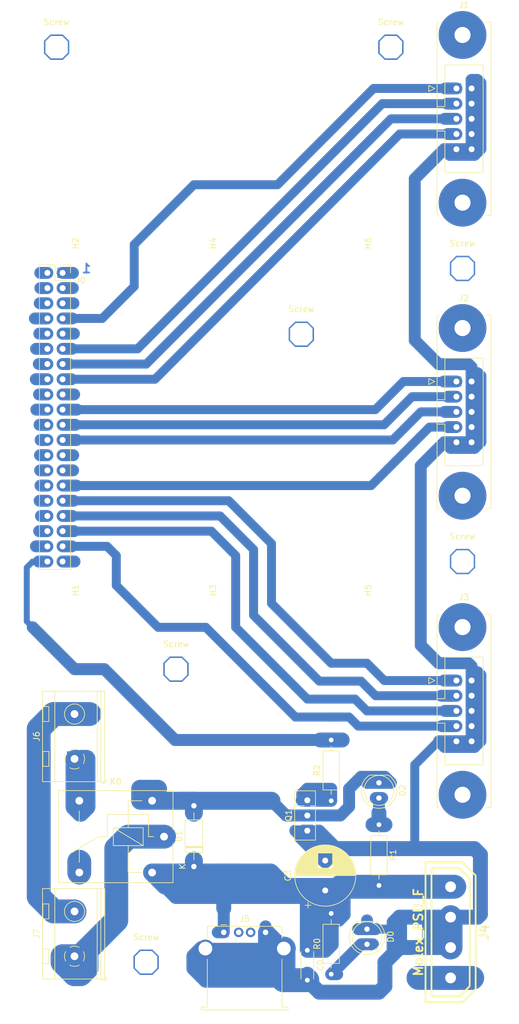
<source format=kicad_pcb>
(kicad_pcb (version 20171130) (host pcbnew 5.1.9)

  (general
    (thickness 1.6)
    (drawings 17)
    (tracks 496)
    (zones 0)
    (modules 31)
    (nets 54)
  )

  (page A4)
  (layers
    (0 F.Cu signal)
    (31 B.Cu signal)
    (32 B.Adhes user)
    (33 F.Adhes user)
    (34 B.Paste user)
    (35 F.Paste user)
    (36 B.SilkS user)
    (37 F.SilkS user)
    (38 B.Mask user)
    (39 F.Mask user)
    (40 Dwgs.User user)
    (41 Cmts.User user)
    (42 Eco1.User user)
    (43 Eco2.User user)
    (44 Edge.Cuts user)
    (45 Margin user)
    (46 B.CrtYd user)
    (47 F.CrtYd user)
    (48 B.Fab user)
    (49 F.Fab user)
  )

  (setup
    (last_trace_width 0.25)
    (user_trace_width 1)
    (user_trace_width 1.5)
    (user_trace_width 2)
    (user_trace_width 2.5)
    (user_trace_width 3)
    (user_trace_width 4)
    (trace_clearance 0.2)
    (zone_clearance 0.508)
    (zone_45_only no)
    (trace_min 0.2)
    (via_size 0.8)
    (via_drill 0.4)
    (via_min_size 0.4)
    (via_min_drill 0.3)
    (uvia_size 0.3)
    (uvia_drill 0.1)
    (uvias_allowed no)
    (uvia_min_size 0.2)
    (uvia_min_drill 0.1)
    (edge_width 0.05)
    (segment_width 0.2)
    (pcb_text_width 0.3)
    (pcb_text_size 1.5 1.5)
    (mod_edge_width 0.12)
    (mod_text_size 1 1)
    (mod_text_width 0.15)
    (pad_size 1.524 1.524)
    (pad_drill 0.762)
    (pad_to_mask_clearance 0)
    (aux_axis_origin 0 0)
    (visible_elements FFFFFF7F)
    (pcbplotparams
      (layerselection 0x00840_fffffffe)
      (usegerberextensions false)
      (usegerberattributes true)
      (usegerberadvancedattributes true)
      (creategerberjobfile true)
      (excludeedgelayer true)
      (linewidth 0.100000)
      (plotframeref false)
      (viasonmask false)
      (mode 1)
      (useauxorigin false)
      (hpglpennumber 1)
      (hpglpenspeed 20)
      (hpglpendiameter 15.000000)
      (psnegative false)
      (psa4output false)
      (plotreference true)
      (plotvalue true)
      (plotinvisibletext false)
      (padsonsilk false)
      (subtractmaskfromsilk false)
      (outputformat 1)
      (mirror false)
      (drillshape 0)
      (scaleselection 1)
      (outputdirectory "Gerber/"))
  )

  (net 0 "")
  (net 1 Earth)
  (net 2 "Net-(D0-Pad2)")
  (net 3 /12V+)
  (net 4 "Net-(D1-Pad2)")
  (net 5 "Net-(D2-Pad2)")
  (net 6 "Net-(J0-Pad1)")
  (net 7 "Net-(J0-Pad2)")
  (net 8 "Net-(J0-Pad3)")
  (net 9 "Net-(J0-Pad4)")
  (net 10 "Net-(J0-Pad5)")
  (net 11 "Net-(J0-Pad6)")
  (net 12 /seg:1_bit:a_gpio:04)
  (net 13 "Net-(J0-Pad8)")
  (net 14 "Net-(J0-Pad9)")
  (net 15 "Net-(J0-Pad10)")
  (net 16 /seg:1_bit:b_gpio:17)
  (net 17 "Net-(J0-Pad12)")
  (net 18 /seg:1_bit:c_gpio:27)
  (net 19 "Net-(J0-Pad14)")
  (net 20 /seg:1_bit:d_gpio:22)
  (net 21 "Net-(J0-Pad16)")
  (net 22 "Net-(J0-Pad17)")
  (net 23 "Net-(J0-Pad18)")
  (net 24 /seg:2_bit:a_gpio:10)
  (net 25 "Net-(J0-Pad20)")
  (net 26 /seg:2_bit:b_gpio:09)
  (net 27 "Net-(J0-Pad22)")
  (net 28 /seg:2_bit:c_gpio:11)
  (net 29 "Net-(J0-Pad24)")
  (net 30 "Net-(J0-Pad25)")
  (net 31 "Net-(J0-Pad26)")
  (net 32 "Net-(J0-Pad27)")
  (net 33 "Net-(J0-Pad28)")
  (net 34 /seg:2_bit:d_gpio:05)
  (net 35 "Net-(J0-Pad30)")
  (net 36 /seg:3_bit:a_gpio:06)
  (net 37 "Net-(J0-Pad32)")
  (net 38 /seg:3_bit:b_gpio:13)
  (net 39 "Net-(J0-Pad34)")
  (net 40 /seg:3_bit:c_gpio:19)
  (net 41 "Net-(J0-Pad36)")
  (net 42 /seg:3_bit:d_gpio:26)
  (net 43 "Net-(J0-Pad38)")
  (net 44 "Net-(J0-Pad39)")
  (net 45 /SIREN_gpio:21)
  (net 46 /5V+)
  (net 47 "Net-(K0-Pad12)")
  (net 48 "Net-(Q1-Pad3)")
  (net 49 "Net-(J5-Pad2)")
  (net 50 "Net-(J5-Pad3)")
  (net 51 /230V-N)
  (net 52 /230V-L)
  (net 53 "Net-(J7-Pad1)")

  (net_class Default "This is the default net class."
    (clearance 0.2)
    (trace_width 0.25)
    (via_dia 0.8)
    (via_drill 0.4)
    (uvia_dia 0.3)
    (uvia_drill 0.1)
    (add_net /12V+)
    (add_net /230V-L)
    (add_net /230V-N)
    (add_net /5V+)
    (add_net /SIREN_gpio:21)
    (add_net /seg:1_bit:a_gpio:04)
    (add_net /seg:1_bit:b_gpio:17)
    (add_net /seg:1_bit:c_gpio:27)
    (add_net /seg:1_bit:d_gpio:22)
    (add_net /seg:2_bit:a_gpio:10)
    (add_net /seg:2_bit:b_gpio:09)
    (add_net /seg:2_bit:c_gpio:11)
    (add_net /seg:2_bit:d_gpio:05)
    (add_net /seg:3_bit:a_gpio:06)
    (add_net /seg:3_bit:b_gpio:13)
    (add_net /seg:3_bit:c_gpio:19)
    (add_net /seg:3_bit:d_gpio:26)
    (add_net Earth)
    (add_net "Net-(D0-Pad2)")
    (add_net "Net-(D1-Pad2)")
    (add_net "Net-(D2-Pad2)")
    (add_net "Net-(J0-Pad1)")
    (add_net "Net-(J0-Pad10)")
    (add_net "Net-(J0-Pad12)")
    (add_net "Net-(J0-Pad14)")
    (add_net "Net-(J0-Pad16)")
    (add_net "Net-(J0-Pad17)")
    (add_net "Net-(J0-Pad18)")
    (add_net "Net-(J0-Pad2)")
    (add_net "Net-(J0-Pad20)")
    (add_net "Net-(J0-Pad22)")
    (add_net "Net-(J0-Pad24)")
    (add_net "Net-(J0-Pad25)")
    (add_net "Net-(J0-Pad26)")
    (add_net "Net-(J0-Pad27)")
    (add_net "Net-(J0-Pad28)")
    (add_net "Net-(J0-Pad3)")
    (add_net "Net-(J0-Pad30)")
    (add_net "Net-(J0-Pad32)")
    (add_net "Net-(J0-Pad34)")
    (add_net "Net-(J0-Pad36)")
    (add_net "Net-(J0-Pad38)")
    (add_net "Net-(J0-Pad39)")
    (add_net "Net-(J0-Pad4)")
    (add_net "Net-(J0-Pad5)")
    (add_net "Net-(J0-Pad6)")
    (add_net "Net-(J0-Pad8)")
    (add_net "Net-(J0-Pad9)")
    (add_net "Net-(J5-Pad2)")
    (add_net "Net-(J5-Pad3)")
    (add_net "Net-(J7-Pad1)")
    (add_net "Net-(K0-Pad12)")
    (add_net "Net-(Q1-Pad3)")
  )

  (module MountingHole:MountingHole_3.2mm_M3 (layer F.Cu) (tedit 56D1B4CB) (tstamp 60D6EDB6)
    (at 123 69)
    (descr "Mounting Hole 3.2mm, no annular, M3")
    (tags "mounting hole 3.2mm no annular m3")
    (attr virtual)
    (fp_text reference Screw (at 0 -4.2) (layer F.SilkS)
      (effects (font (size 1 1) (thickness 0.15)))
    )
    (fp_text value MountingHole_3.2mm_M3 (at 0 4.2) (layer F.Fab)
      (effects (font (size 1 1) (thickness 0.15)))
    )
    (fp_circle (center 0 0) (end 3.45 0) (layer F.CrtYd) (width 0.05))
    (fp_circle (center 0 0) (end 3.2 0) (layer Cmts.User) (width 0.15))
    (fp_text user %R (at 0.3 0) (layer F.Fab)
      (effects (font (size 1 1) (thickness 0.15)))
    )
    (pad 1 np_thru_hole circle (at 0 0) (size 3.2 3.2) (drill 3.2) (layers *.Cu *.Mask))
  )

  (module MountingHole:MountingHole_3.2mm_M3 (layer F.Cu) (tedit 56D1B4CB) (tstamp 60C8E0AE)
    (at 96 80)
    (descr "Mounting Hole 3.2mm, no annular, M3")
    (tags "mounting hole 3.2mm no annular m3")
    (attr virtual)
    (fp_text reference Screw (at 0 -4.2) (layer F.SilkS)
      (effects (font (size 1 1) (thickness 0.15)))
    )
    (fp_text value MountingHole_3.2mm_M3 (at 0 4.2) (layer F.Fab)
      (effects (font (size 1 1) (thickness 0.15)))
    )
    (fp_circle (center 0 0) (end 3.2 0) (layer Cmts.User) (width 0.15))
    (fp_circle (center 0 0) (end 3.45 0) (layer F.CrtYd) (width 0.05))
    (fp_text user %R (at 0.3 0) (layer F.Fab)
      (effects (font (size 1 1) (thickness 0.15)))
    )
    (pad 1 np_thru_hole circle (at 0 0) (size 3.2 3.2) (drill 3.2) (layers *.Cu *.Mask))
  )

  (module MountingHole:MountingHole_3.2mm_M3 (layer F.Cu) (tedit 56D1B4CB) (tstamp 60D6ED97)
    (at 123 118)
    (descr "Mounting Hole 3.2mm, no annular, M3")
    (tags "mounting hole 3.2mm no annular m3")
    (attr virtual)
    (fp_text reference Screw (at 0 -4.2) (layer F.SilkS)
      (effects (font (size 1 1) (thickness 0.15)))
    )
    (fp_text value MountingHole_3.2mm_M3 (at 0 4.2) (layer F.Fab)
      (effects (font (size 1 1) (thickness 0.15)))
    )
    (fp_circle (center 0 0) (end 3.45 0) (layer F.CrtYd) (width 0.05))
    (fp_circle (center 0 0) (end 3.2 0) (layer Cmts.User) (width 0.15))
    (fp_text user %R (at 0.3 0) (layer F.Fab)
      (effects (font (size 1 1) (thickness 0.15)))
    )
    (pad 1 np_thru_hole circle (at 0 0) (size 3.2 3.2) (drill 3.2) (layers *.Cu *.Mask))
  )

  (module Connector_IDC:IDC-Header_2x05-1MP_P2.54mm_Latch_Vertical (layer F.Cu) (tedit 5EAC9A05) (tstamp 60C029FE)
    (at 121.98 137.9)
    (descr "Through hole IDC header, 2x05, 2.54mm pitch, DIN 41651 / IEC 60603-13, double rows latches, mounting holes, https://docs.google.com/spreadsheets/d/16SsEcesNF15N3Lb4niX7dcUr-NY5_MFPQhobNuNppn4/edit#gid=0")
    (tags "Through hole vertical IDC header THT 2x05 2.54mm double row")
    (path /5EA246A5)
    (fp_text reference J3 (at 1.27 -13.94) (layer F.SilkS)
      (effects (font (size 1 1) (thickness 0.15)))
    )
    (fp_text value Control_seg:3 (at 1.27 24.1) (layer F.Fab)
      (effects (font (size 1 1) (thickness 0.15)))
    )
    (fp_line (start -3.13 -9.97) (end -2.13 -10.97) (layer F.Fab) (width 0.1))
    (fp_line (start -2.13 -10.97) (end 5.67 -10.97) (layer F.Fab) (width 0.1))
    (fp_line (start 5.67 -10.97) (end 5.67 21.13) (layer F.Fab) (width 0.1))
    (fp_line (start 5.67 21.13) (end -3.13 21.13) (layer F.Fab) (width 0.1))
    (fp_line (start -3.13 21.13) (end -3.13 -9.97) (layer F.Fab) (width 0.1))
    (fp_line (start -3.13 3.03) (end -1.93 3.03) (layer F.Fab) (width 0.1))
    (fp_line (start -1.93 3.03) (end -1.93 -3.92) (layer F.Fab) (width 0.1))
    (fp_line (start -1.93 -3.92) (end 4.47 -3.92) (layer F.Fab) (width 0.1))
    (fp_line (start 4.47 -3.92) (end 4.47 14.08) (layer F.Fab) (width 0.1))
    (fp_line (start 4.47 14.08) (end -1.93 14.08) (layer F.Fab) (width 0.1))
    (fp_line (start -1.93 14.08) (end -1.93 7.13) (layer F.Fab) (width 0.1))
    (fp_line (start -1.93 7.13) (end -1.93 7.13) (layer F.Fab) (width 0.1))
    (fp_line (start -1.93 7.13) (end -3.13 7.13) (layer F.Fab) (width 0.1))
    (fp_line (start 4.91 -11.08) (end 5.78 -11.08) (layer F.SilkS) (width 0.12))
    (fp_line (start 5.78 -11.08) (end 5.78 21.24) (layer F.SilkS) (width 0.12))
    (fp_line (start 5.78 21.24) (end 4.91 21.24) (layer F.SilkS) (width 0.12))
    (fp_line (start -2.87 -11.08) (end -3.24 -11.08) (layer F.SilkS) (width 0.12))
    (fp_line (start -3.24 -11.08) (end -3.24 21.24) (layer F.SilkS) (width 0.12))
    (fp_line (start -3.24 21.24) (end -2.87 21.24) (layer F.SilkS) (width 0.12))
    (fp_line (start -3.24 3.03) (end -1.93 3.03) (layer F.SilkS) (width 0.12))
    (fp_line (start -1.93 3.03) (end -1.93 -3.92) (layer F.SilkS) (width 0.12))
    (fp_line (start -1.93 -3.92) (end 4.47 -3.92) (layer F.SilkS) (width 0.12))
    (fp_line (start 4.47 -3.92) (end 4.47 14.08) (layer F.SilkS) (width 0.12))
    (fp_line (start 4.47 14.08) (end -1.93 14.08) (layer F.SilkS) (width 0.12))
    (fp_line (start -1.93 14.08) (end -1.93 7.13) (layer F.SilkS) (width 0.12))
    (fp_line (start -1.93 7.13) (end -1.93 7.13) (layer F.SilkS) (width 0.12))
    (fp_line (start -1.93 7.13) (end -3.24 7.13) (layer F.SilkS) (width 0.12))
    (fp_line (start -3.63 0) (end -4.63 -0.5) (layer F.SilkS) (width 0.12))
    (fp_line (start -4.63 -0.5) (end -4.63 0.5) (layer F.SilkS) (width 0.12))
    (fp_line (start -4.63 0.5) (end -3.63 0) (layer F.SilkS) (width 0.12))
    (fp_line (start -3.63 -13.44) (end -3.63 23.6) (layer F.CrtYd) (width 0.05))
    (fp_line (start -3.63 23.6) (end 6.17 23.6) (layer F.CrtYd) (width 0.05))
    (fp_line (start 6.17 23.6) (end 6.17 -13.44) (layer F.CrtYd) (width 0.05))
    (fp_line (start 6.17 -13.44) (end -3.63 -13.44) (layer F.CrtYd) (width 0.05))
    (fp_text user %R (at 1.27 5.08 90) (layer F.Fab)
      (effects (font (size 1 1) (thickness 0.15)))
    )
    (pad MP thru_hole circle (at 1.02 19.1) (size 8 8) (drill 2.69) (layers *.Cu *.Mask))
    (pad MP thru_hole circle (at 1.02 -8.94) (size 8 8) (drill 2.69) (layers *.Cu *.Mask))
    (pad 10 thru_hole circle (at 2.54 10.16) (size 1.7 1.7) (drill 1) (layers *.Cu *.Mask)
      (net 1 Earth))
    (pad 8 thru_hole circle (at 2.54 7.62) (size 1.7 1.7) (drill 1) (layers *.Cu *.Mask)
      (net 1 Earth))
    (pad 6 thru_hole circle (at 2.54 5.08) (size 1.7 1.7) (drill 1) (layers *.Cu *.Mask)
      (net 1 Earth))
    (pad 4 thru_hole circle (at 2.54 2.54) (size 1.7 1.7) (drill 1) (layers *.Cu *.Mask)
      (net 1 Earth))
    (pad 2 thru_hole circle (at 2.54 0) (size 1.7 1.7) (drill 1) (layers *.Cu *.Mask)
      (net 1 Earth))
    (pad 9 thru_hole circle (at 0 10.16) (size 1.7 1.7) (drill 1) (layers *.Cu *.Mask)
      (net 1 Earth))
    (pad 7 thru_hole circle (at 0 7.62) (size 1.7 1.7) (drill 1) (layers *.Cu *.Mask)
      (net 42 /seg:3_bit:d_gpio:26))
    (pad 5 thru_hole circle (at 0 5.08) (size 1.7 1.7) (drill 1) (layers *.Cu *.Mask)
      (net 40 /seg:3_bit:c_gpio:19))
    (pad 3 thru_hole circle (at 0 2.54) (size 1.7 1.7) (drill 1) (layers *.Cu *.Mask)
      (net 38 /seg:3_bit:b_gpio:13))
    (pad 1 thru_hole roundrect (at 0 0) (size 1.7 1.7) (drill 1) (layers *.Cu *.Mask) (roundrect_rratio 0.1470588235294118)
      (net 36 /seg:3_bit:a_gpio:06))
    (model ${KISYS3DMOD}/Connector_IDC.3dshapes/IDC-Header_2x05-1MP_P2.54mm_Latch_Vertical.wrl
      (at (xyz 0 0 0))
      (scale (xyz 1 1 1))
      (rotate (xyz 0 0 0))
    )
  )

  (module MountingHole:MountingHole_3.2mm_M3 (layer F.Cu) (tedit 56D1B4CB) (tstamp 60C13958)
    (at 75 136)
    (descr "Mounting Hole 3.2mm, no annular, M3")
    (tags "mounting hole 3.2mm no annular m3")
    (attr virtual)
    (fp_text reference Screw (at 0 -4.2) (layer F.SilkS)
      (effects (font (size 1 1) (thickness 0.15)))
    )
    (fp_text value MountingHole_3.2mm_M3 (at 0 4.2) (layer F.Fab)
      (effects (font (size 1 1) (thickness 0.15)))
    )
    (fp_circle (center 0 0) (end 3.45 0) (layer F.CrtYd) (width 0.05))
    (fp_circle (center 0 0) (end 3.2 0) (layer Cmts.User) (width 0.15))
    (fp_text user %R (at 0.3 0) (layer F.Fab)
      (effects (font (size 1 1) (thickness 0.15)))
    )
    (pad 1 np_thru_hole circle (at 0 0) (size 3.2 3.2) (drill 3.2) (layers *.Cu *.Mask))
  )

  (module MountingHole:MountingHole_3.2mm_M3 (layer F.Cu) (tedit 56D1B4CB) (tstamp 60C13958)
    (at 70 185)
    (descr "Mounting Hole 3.2mm, no annular, M3")
    (tags "mounting hole 3.2mm no annular m3")
    (attr virtual)
    (fp_text reference Screw (at 0 -4.2) (layer F.SilkS)
      (effects (font (size 1 1) (thickness 0.15)))
    )
    (fp_text value MountingHole_3.2mm_M3 (at 0 4.2) (layer F.Fab)
      (effects (font (size 1 1) (thickness 0.15)))
    )
    (fp_circle (center 0 0) (end 3.2 0) (layer Cmts.User) (width 0.15))
    (fp_circle (center 0 0) (end 3.45 0) (layer F.CrtYd) (width 0.05))
    (fp_text user %R (at 0.3 0) (layer F.Fab)
      (effects (font (size 1 1) (thickness 0.15)))
    )
    (pad 1 np_thru_hole circle (at 0 0) (size 3.2 3.2) (drill 3.2) (layers *.Cu *.Mask))
  )

  (module MountingHole:MountingHole_3.2mm_M3 (layer F.Cu) (tedit 56D1B4CB) (tstamp 60C13958)
    (at 111 32)
    (descr "Mounting Hole 3.2mm, no annular, M3")
    (tags "mounting hole 3.2mm no annular m3")
    (attr virtual)
    (fp_text reference Screw (at 0 -4.2) (layer F.SilkS)
      (effects (font (size 1 1) (thickness 0.15)))
    )
    (fp_text value MountingHole_3.2mm_M3 (at 0 4.2) (layer F.Fab)
      (effects (font (size 1 1) (thickness 0.15)))
    )
    (fp_circle (center 0 0) (end 3.2 0) (layer Cmts.User) (width 0.15))
    (fp_circle (center 0 0) (end 3.45 0) (layer F.CrtYd) (width 0.05))
    (fp_text user %R (at 0.3 0) (layer F.Fab)
      (effects (font (size 1 1) (thickness 0.15)))
    )
    (pad 1 np_thru_hole circle (at 0 0) (size 3.2 3.2) (drill 3.2) (layers *.Cu *.Mask))
  )

  (module MountingHole:MountingHole_3.2mm_M3 (layer F.Cu) (tedit 56D1B4CB) (tstamp 60C2AB96)
    (at 55 32)
    (descr "Mounting Hole 3.2mm, no annular, M3")
    (tags "mounting hole 3.2mm no annular m3")
    (attr virtual)
    (fp_text reference Screw (at 0 -4.2) (layer F.SilkS)
      (effects (font (size 1 1) (thickness 0.15)))
    )
    (fp_text value MountingHole_3.2mm_M3 (at 0 4.2) (layer F.Fab)
      (effects (font (size 1 1) (thickness 0.15)))
    )
    (fp_circle (center 0 0) (end 3.2 0) (layer Cmts.User) (width 0.15))
    (fp_circle (center 0 0) (end 3.45 0) (layer F.CrtYd) (width 0.05))
    (fp_text user %R (at 0.3 0) (layer F.Fab)
      (effects (font (size 1 1) (thickness 0.15)))
    )
    (pad 1 np_thru_hole circle (at 0 0) (size 3.2 3.2) (drill 3.2) (layers *.Cu *.Mask))
  )

  (module myFP:MountingHole_2.75mm_NoPad (layer F.Cu) (tedit 5C3A4CEB) (tstamp 60C12DAB)
    (at 54.7 64.8 90)
    (path /5C3A4FCD)
    (fp_text reference H2 (at 0 3.5 90) (layer F.SilkS)
      (effects (font (size 1 1) (thickness 0.15)))
    )
    (fp_text value MountingHole (at 3.8 0.3 180) (layer F.Fab)
      (effects (font (size 1 1) (thickness 0.15)))
    )
    (fp_circle (center 0 0) (end 2.8 0) (layer F.CrtYd) (width 0.05))
    (fp_text user %R (at 0 0 90) (layer F.Fab)
      (effects (font (size 1 1) (thickness 0.15)))
    )
    (pad "" np_thru_hole circle (at 0 0 90) (size 2.75 2.75) (drill 2.75) (layers *.Cu *.Mask)
      (solder_mask_margin 1.375))
  )

  (module myFP:MountingHole_2.75mm_NoPad (layer F.Cu) (tedit 5C3A4CEB) (tstamp 60C12DA2)
    (at 77.7 64.8 90)
    (path /5C3A4F05)
    (fp_text reference H4 (at 0 3.5 90) (layer F.SilkS)
      (effects (font (size 1 1) (thickness 0.15)))
    )
    (fp_text value MountingHole (at 3.8 0.3 180) (layer F.Fab)
      (effects (font (size 1 1) (thickness 0.15)))
    )
    (fp_circle (center 0 0) (end 2.8 0) (layer F.CrtYd) (width 0.05))
    (fp_text user %R (at 0 0 90) (layer F.Fab)
      (effects (font (size 1 1) (thickness 0.15)))
    )
    (pad "" np_thru_hole circle (at 0 0 90) (size 2.75 2.75) (drill 2.75) (layers *.Cu *.Mask)
      (solder_mask_margin 1.375))
  )

  (module myFP:MountingHole_2.75mm_NoPad (layer F.Cu) (tedit 5C3A4CEB) (tstamp 60C12D9C)
    (at 103.7 64.8 90)
    (path /5C3A4CC1)
    (fp_text reference H6 (at 0 3.5 90) (layer F.SilkS)
      (effects (font (size 1 1) (thickness 0.15)))
    )
    (fp_text value MountingHole (at 3.8 0.3 180) (layer F.Fab)
      (effects (font (size 1 1) (thickness 0.15)))
    )
    (fp_circle (center 0 0) (end 2.8 0) (layer F.CrtYd) (width 0.05))
    (fp_text user %R (at 0 0 90) (layer F.Fab)
      (effects (font (size 1 1) (thickness 0.15)))
    )
    (pad "" np_thru_hole circle (at 0 0 90) (size 2.75 2.75) (drill 2.75) (layers *.Cu *.Mask)
      (solder_mask_margin 1.375))
  )

  (module myFP:MountingHole_2.75mm_NoPad (layer F.Cu) (tedit 5C3A4CEB) (tstamp 60C12D90)
    (at 54.7 122.8 90)
    (path /5C3A5037)
    (fp_text reference H1 (at 0 3.5 90) (layer F.SilkS)
      (effects (font (size 1 1) (thickness 0.15)))
    )
    (fp_text value MountingHole (at -4.2 0.3 180) (layer F.Fab)
      (effects (font (size 1 1) (thickness 0.15)))
    )
    (fp_circle (center 0 0) (end 2.8 0) (layer F.CrtYd) (width 0.05))
    (pad "" np_thru_hole circle (at 0 0 90) (size 2.75 2.75) (drill 2.75) (layers *.Cu *.Mask)
      (solder_mask_margin 1.375))
  )

  (module myFP:MountingHole_2.75mm_NoPad (layer F.Cu) (tedit 5C3A4CEB) (tstamp 60C12D8A)
    (at 77.7 122.8 90)
    (path /5C3A4F67)
    (fp_text reference H3 (at 0 3.5 90) (layer F.SilkS)
      (effects (font (size 1 1) (thickness 0.15)))
    )
    (fp_text value MountingHole (at -4.2 0.3 180) (layer F.Fab)
      (effects (font (size 1 1) (thickness 0.15)))
    )
    (fp_circle (center 0 0) (end 2.8 0) (layer F.CrtYd) (width 0.05))
    (pad "" np_thru_hole circle (at 0 0 90) (size 2.75 2.75) (drill 2.75) (layers *.Cu *.Mask)
      (solder_mask_margin 1.375))
  )

  (module myFP:MountingHole_2.75mm_NoPad (layer F.Cu) (tedit 5C3A4CEB) (tstamp 60C12D7F)
    (at 103.7 122.8 90)
    (path /5C3A4EA3)
    (fp_text reference H5 (at 0 3.5 90) (layer F.SilkS)
      (effects (font (size 1 1) (thickness 0.15)))
    )
    (fp_text value MountingHole (at -4.2 0.3 180) (layer F.Fab)
      (effects (font (size 1 1) (thickness 0.15)))
    )
    (fp_circle (center 0 0) (end 2.8 0) (layer F.CrtYd) (width 0.05))
    (fp_text user %R (at 0 0 90) (layer F.Fab)
      (effects (font (size 1 1) (thickness 0.15)))
    )
    (pad "" np_thru_hole circle (at 0 0 90) (size 2.75 2.75) (drill 2.75) (layers *.Cu *.Mask)
      (solder_mask_margin 1.375))
  )

  (module Connector_IDC:IDC-Header_2x05-1MP_P2.54mm_Latch_Vertical (layer F.Cu) (tedit 5EAC9A05) (tstamp 60C02A91)
    (at 121.98 87.9)
    (descr "Through hole IDC header, 2x05, 2.54mm pitch, DIN 41651 / IEC 60603-13, double rows latches, mounting holes, https://docs.google.com/spreadsheets/d/16SsEcesNF15N3Lb4niX7dcUr-NY5_MFPQhobNuNppn4/edit#gid=0")
    (tags "Through hole vertical IDC header THT 2x05 2.54mm double row")
    (path /5EA23348)
    (fp_text reference J2 (at 1.27 -13.94) (layer F.SilkS)
      (effects (font (size 1 1) (thickness 0.15)))
    )
    (fp_text value Control_seg:2 (at 1.27 24.1) (layer F.Fab)
      (effects (font (size 1 1) (thickness 0.15)))
    )
    (fp_line (start 6.17 -13.44) (end -3.63 -13.44) (layer F.CrtYd) (width 0.05))
    (fp_line (start 6.17 23.6) (end 6.17 -13.44) (layer F.CrtYd) (width 0.05))
    (fp_line (start -3.63 23.6) (end 6.17 23.6) (layer F.CrtYd) (width 0.05))
    (fp_line (start -3.63 -13.44) (end -3.63 23.6) (layer F.CrtYd) (width 0.05))
    (fp_line (start -4.63 0.5) (end -3.63 0) (layer F.SilkS) (width 0.12))
    (fp_line (start -4.63 -0.5) (end -4.63 0.5) (layer F.SilkS) (width 0.12))
    (fp_line (start -3.63 0) (end -4.63 -0.5) (layer F.SilkS) (width 0.12))
    (fp_line (start -1.93 7.13) (end -3.24 7.13) (layer F.SilkS) (width 0.12))
    (fp_line (start -1.93 7.13) (end -1.93 7.13) (layer F.SilkS) (width 0.12))
    (fp_line (start -1.93 14.08) (end -1.93 7.13) (layer F.SilkS) (width 0.12))
    (fp_line (start 4.47 14.08) (end -1.93 14.08) (layer F.SilkS) (width 0.12))
    (fp_line (start 4.47 -3.92) (end 4.47 14.08) (layer F.SilkS) (width 0.12))
    (fp_line (start -1.93 -3.92) (end 4.47 -3.92) (layer F.SilkS) (width 0.12))
    (fp_line (start -1.93 3.03) (end -1.93 -3.92) (layer F.SilkS) (width 0.12))
    (fp_line (start -3.24 3.03) (end -1.93 3.03) (layer F.SilkS) (width 0.12))
    (fp_line (start -3.24 21.24) (end -2.87 21.24) (layer F.SilkS) (width 0.12))
    (fp_line (start -3.24 -11.08) (end -3.24 21.24) (layer F.SilkS) (width 0.12))
    (fp_line (start -2.87 -11.08) (end -3.24 -11.08) (layer F.SilkS) (width 0.12))
    (fp_line (start 5.78 21.24) (end 4.91 21.24) (layer F.SilkS) (width 0.12))
    (fp_line (start 5.78 -11.08) (end 5.78 21.24) (layer F.SilkS) (width 0.12))
    (fp_line (start 4.91 -11.08) (end 5.78 -11.08) (layer F.SilkS) (width 0.12))
    (fp_line (start -1.93 7.13) (end -3.13 7.13) (layer F.Fab) (width 0.1))
    (fp_line (start -1.93 7.13) (end -1.93 7.13) (layer F.Fab) (width 0.1))
    (fp_line (start -1.93 14.08) (end -1.93 7.13) (layer F.Fab) (width 0.1))
    (fp_line (start 4.47 14.08) (end -1.93 14.08) (layer F.Fab) (width 0.1))
    (fp_line (start 4.47 -3.92) (end 4.47 14.08) (layer F.Fab) (width 0.1))
    (fp_line (start -1.93 -3.92) (end 4.47 -3.92) (layer F.Fab) (width 0.1))
    (fp_line (start -1.93 3.03) (end -1.93 -3.92) (layer F.Fab) (width 0.1))
    (fp_line (start -3.13 3.03) (end -1.93 3.03) (layer F.Fab) (width 0.1))
    (fp_line (start -3.13 21.13) (end -3.13 -9.97) (layer F.Fab) (width 0.1))
    (fp_line (start 5.67 21.13) (end -3.13 21.13) (layer F.Fab) (width 0.1))
    (fp_line (start 5.67 -10.97) (end 5.67 21.13) (layer F.Fab) (width 0.1))
    (fp_line (start -2.13 -10.97) (end 5.67 -10.97) (layer F.Fab) (width 0.1))
    (fp_line (start -3.13 -9.97) (end -2.13 -10.97) (layer F.Fab) (width 0.1))
    (fp_text user %R (at 1.27 5.08 90) (layer F.Fab)
      (effects (font (size 1 1) (thickness 0.15)))
    )
    (pad 1 thru_hole roundrect (at 0 0) (size 1.7 1.7) (drill 1) (layers *.Cu *.Mask) (roundrect_rratio 0.1470588235294118)
      (net 24 /seg:2_bit:a_gpio:10))
    (pad 3 thru_hole circle (at 0 2.54) (size 1.7 1.7) (drill 1) (layers *.Cu *.Mask)
      (net 26 /seg:2_bit:b_gpio:09))
    (pad 5 thru_hole circle (at 0 5.08) (size 1.7 1.7) (drill 1) (layers *.Cu *.Mask)
      (net 28 /seg:2_bit:c_gpio:11))
    (pad 7 thru_hole circle (at 0 7.62) (size 1.7 1.7) (drill 1) (layers *.Cu *.Mask)
      (net 34 /seg:2_bit:d_gpio:05))
    (pad 9 thru_hole circle (at 0 10.16) (size 1.7 1.7) (drill 1) (layers *.Cu *.Mask)
      (net 1 Earth))
    (pad 2 thru_hole circle (at 2.54 0) (size 1.7 1.7) (drill 1) (layers *.Cu *.Mask)
      (net 1 Earth))
    (pad 4 thru_hole circle (at 2.54 2.54) (size 1.7 1.7) (drill 1) (layers *.Cu *.Mask)
      (net 1 Earth))
    (pad 6 thru_hole circle (at 2.54 5.08) (size 1.7 1.7) (drill 1) (layers *.Cu *.Mask)
      (net 1 Earth))
    (pad 8 thru_hole circle (at 2.54 7.62) (size 1.7 1.7) (drill 1) (layers *.Cu *.Mask)
      (net 1 Earth))
    (pad 10 thru_hole circle (at 2.54 10.16) (size 1.7 1.7) (drill 1) (layers *.Cu *.Mask)
      (net 1 Earth))
    (pad MP thru_hole circle (at 1.02 -8.94) (size 8 8) (drill 2.69) (layers *.Cu *.Mask))
    (pad MP thru_hole circle (at 1.02 19.1) (size 8 8) (drill 2.69) (layers *.Cu *.Mask))
    (model ${KISYS3DMOD}/Connector_IDC.3dshapes/IDC-Header_2x05-1MP_P2.54mm_Latch_Vertical.wrl
      (at (xyz 0 0 0))
      (scale (xyz 1 1 1))
      (rotate (xyz 0 0 0))
    )
  )

  (module Connector_IDC:IDC-Header_2x05-1MP_P2.54mm_Latch_Vertical (layer F.Cu) (tedit 5EAC9A05) (tstamp 60C02B0F)
    (at 121.98 38.9)
    (descr "Through hole IDC header, 2x05, 2.54mm pitch, DIN 41651 / IEC 60603-13, double rows latches, mounting holes, https://docs.google.com/spreadsheets/d/16SsEcesNF15N3Lb4niX7dcUr-NY5_MFPQhobNuNppn4/edit#gid=0")
    (tags "Through hole vertical IDC header THT 2x05 2.54mm double row")
    (path /5EA22E2D)
    (fp_text reference J1 (at 1.27 -13.94) (layer F.SilkS)
      (effects (font (size 1 1) (thickness 0.15)))
    )
    (fp_text value Control_seg:1 (at 1.27 24.1) (layer F.Fab)
      (effects (font (size 1 1) (thickness 0.15)))
    )
    (fp_line (start -3.13 -9.97) (end -2.13 -10.97) (layer F.Fab) (width 0.1))
    (fp_line (start -2.13 -10.97) (end 5.67 -10.97) (layer F.Fab) (width 0.1))
    (fp_line (start 5.67 -10.97) (end 5.67 21.13) (layer F.Fab) (width 0.1))
    (fp_line (start 5.67 21.13) (end -3.13 21.13) (layer F.Fab) (width 0.1))
    (fp_line (start -3.13 21.13) (end -3.13 -9.97) (layer F.Fab) (width 0.1))
    (fp_line (start -3.13 3.03) (end -1.93 3.03) (layer F.Fab) (width 0.1))
    (fp_line (start -1.93 3.03) (end -1.93 -3.92) (layer F.Fab) (width 0.1))
    (fp_line (start -1.93 -3.92) (end 4.47 -3.92) (layer F.Fab) (width 0.1))
    (fp_line (start 4.47 -3.92) (end 4.47 14.08) (layer F.Fab) (width 0.1))
    (fp_line (start 4.47 14.08) (end -1.93 14.08) (layer F.Fab) (width 0.1))
    (fp_line (start -1.93 14.08) (end -1.93 7.13) (layer F.Fab) (width 0.1))
    (fp_line (start -1.93 7.13) (end -1.93 7.13) (layer F.Fab) (width 0.1))
    (fp_line (start -1.93 7.13) (end -3.13 7.13) (layer F.Fab) (width 0.1))
    (fp_line (start 4.91 -11.08) (end 5.78 -11.08) (layer F.SilkS) (width 0.12))
    (fp_line (start 5.78 -11.08) (end 5.78 21.24) (layer F.SilkS) (width 0.12))
    (fp_line (start 5.78 21.24) (end 4.91 21.24) (layer F.SilkS) (width 0.12))
    (fp_line (start -2.87 -11.08) (end -3.24 -11.08) (layer F.SilkS) (width 0.12))
    (fp_line (start -3.24 -11.08) (end -3.24 21.24) (layer F.SilkS) (width 0.12))
    (fp_line (start -3.24 21.24) (end -2.87 21.24) (layer F.SilkS) (width 0.12))
    (fp_line (start -3.24 3.03) (end -1.93 3.03) (layer F.SilkS) (width 0.12))
    (fp_line (start -1.93 3.03) (end -1.93 -3.92) (layer F.SilkS) (width 0.12))
    (fp_line (start -1.93 -3.92) (end 4.47 -3.92) (layer F.SilkS) (width 0.12))
    (fp_line (start 4.47 -3.92) (end 4.47 14.08) (layer F.SilkS) (width 0.12))
    (fp_line (start 4.47 14.08) (end -1.93 14.08) (layer F.SilkS) (width 0.12))
    (fp_line (start -1.93 14.08) (end -1.93 7.13) (layer F.SilkS) (width 0.12))
    (fp_line (start -1.93 7.13) (end -1.93 7.13) (layer F.SilkS) (width 0.12))
    (fp_line (start -1.93 7.13) (end -3.24 7.13) (layer F.SilkS) (width 0.12))
    (fp_line (start -3.63 0) (end -4.63 -0.5) (layer F.SilkS) (width 0.12))
    (fp_line (start -4.63 -0.5) (end -4.63 0.5) (layer F.SilkS) (width 0.12))
    (fp_line (start -4.63 0.5) (end -3.63 0) (layer F.SilkS) (width 0.12))
    (fp_line (start -3.63 -13.44) (end -3.63 23.6) (layer F.CrtYd) (width 0.05))
    (fp_line (start -3.63 23.6) (end 6.17 23.6) (layer F.CrtYd) (width 0.05))
    (fp_line (start 6.17 23.6) (end 6.17 -13.44) (layer F.CrtYd) (width 0.05))
    (fp_line (start 6.17 -13.44) (end -3.63 -13.44) (layer F.CrtYd) (width 0.05))
    (fp_text user %R (at 1.27 5.08 90) (layer F.Fab)
      (effects (font (size 1 1) (thickness 0.15)))
    )
    (pad MP thru_hole circle (at 1.02 19.1) (size 8 8) (drill 2.69) (layers *.Cu *.Mask))
    (pad MP thru_hole circle (at 1.02 -8.94) (size 8 8) (drill 2.69) (layers *.Cu *.Mask))
    (pad 10 thru_hole circle (at 2.54 10.16) (size 1.7 1.7) (drill 1) (layers *.Cu *.Mask)
      (net 1 Earth))
    (pad 8 thru_hole circle (at 2.54 7.62) (size 1.7 1.7) (drill 1) (layers *.Cu *.Mask)
      (net 1 Earth))
    (pad 6 thru_hole circle (at 2.54 5.08) (size 1.7 1.7) (drill 1) (layers *.Cu *.Mask)
      (net 1 Earth))
    (pad 4 thru_hole circle (at 2.54 2.54) (size 1.7 1.7) (drill 1) (layers *.Cu *.Mask)
      (net 1 Earth))
    (pad 2 thru_hole circle (at 2.54 0) (size 1.7 1.7) (drill 1) (layers *.Cu *.Mask)
      (net 1 Earth))
    (pad 9 thru_hole circle (at 0 10.16) (size 1.7 1.7) (drill 1) (layers *.Cu *.Mask)
      (net 1 Earth))
    (pad 7 thru_hole circle (at 0 7.62) (size 1.7 1.7) (drill 1) (layers *.Cu *.Mask)
      (net 20 /seg:1_bit:d_gpio:22))
    (pad 5 thru_hole circle (at 0 5.08) (size 1.7 1.7) (drill 1) (layers *.Cu *.Mask)
      (net 18 /seg:1_bit:c_gpio:27))
    (pad 3 thru_hole circle (at 0 2.54) (size 1.7 1.7) (drill 1) (layers *.Cu *.Mask)
      (net 16 /seg:1_bit:b_gpio:17))
    (pad 1 thru_hole roundrect (at 0 0) (size 1.7 1.7) (drill 1) (layers *.Cu *.Mask) (roundrect_rratio 0.1470588235294118)
      (net 12 /seg:1_bit:a_gpio:04))
    (model ${KISYS3DMOD}/Connector_IDC.3dshapes/IDC-Header_2x05-1MP_P2.54mm_Latch_Vertical.wrl
      (at (xyz 0 0 0))
      (scale (xyz 1 1 1))
      (rotate (xyz 0 0 0))
    )
  )

  (module KicadLib:conn_hdd_15-24-4449 (layer F.Cu) (tedit 0) (tstamp 5FB5B4B5)
    (at 121 180 90)
    (descr "5.08mm Disk drive power connector, Molex P/N 15-24-4449")
    (path /5EA27719)
    (fp_text reference J4 (at 0 5.6 90) (layer F.SilkS)
      (effects (font (size 1.524 1.524) (thickness 0.3048)))
    )
    (fp_text value Molex_PSU_F (at 0 -5.4 90) (layer F.SilkS)
      (effects (font (size 1.524 1.524) (thickness 0.3048)))
    )
    (fp_line (start 11.7 -4.2) (end 11.7 2) (layer F.SilkS) (width 0.3))
    (fp_line (start -11.7 -4.2) (end -11.7 2) (layer F.SilkS) (width 0.3))
    (fp_line (start -11.7 -4.2) (end 11.7 -4.2) (layer F.SilkS) (width 0.3))
    (fp_line (start -10.7 -3.2) (end -10.7 1.5) (layer F.SilkS) (width 0.3))
    (fp_line (start 10.7 -3.2) (end 10.7 1.5) (layer F.SilkS) (width 0.3))
    (fp_line (start -9.5 4.2) (end 9.5 4.2) (layer F.SilkS) (width 0.3))
    (fp_line (start -9.5 4.2) (end -11.7 2) (layer F.SilkS) (width 0.3))
    (fp_line (start 9.5 4.2) (end 11.7 2) (layer F.SilkS) (width 0.3))
    (fp_line (start -10.7 -3.2) (end 10.7 -3.2) (layer F.SilkS) (width 0.3))
    (fp_line (start -9 3.2) (end 9 3.2) (layer F.SilkS) (width 0.3))
    (fp_line (start -9 3.2) (end -10.7 1.5) (layer F.SilkS) (width 0.3))
    (fp_line (start 9 3.2) (end 10.7 1.5) (layer F.SilkS) (width 0.3))
    (pad 4 thru_hole circle (at 7.62 0 90) (size 2.9 2.9) (drill 1.8) (layers *.Cu *.Mask)
      (net 46 /5V+))
    (pad 3 thru_hole circle (at 2.54 0 90) (size 2.9 2.9) (drill 1.8) (layers *.Cu *.Mask)
      (net 1 Earth))
    (pad 2 thru_hole circle (at -2.54 0 90) (size 2.9 2.9) (drill 1.8) (layers *.Cu *.Mask)
      (net 1 Earth))
    (pad 1 thru_hole circle (at -7.62 0 90) (size 2.9 2.9) (drill 1.8) (layers *.Cu *.Mask)
      (net 3 /12V+))
    (model walter/conn_pc/hdd_power_15-24-4449.wrl
      (at (xyz 0 0 0))
      (scale (xyz 1 1 1))
      (rotate (xyz 0 0 0))
    )
  )

  (module Connector_PinSocket_2.54mm:PinSocket_2x20_P2.54mm_Vertical (layer F.Cu) (tedit 5A19A433) (tstamp 60C02BA0)
    (at 56 69.74)
    (descr "Through hole straight socket strip, 2x20, 2.54mm pitch, double cols (from Kicad 4.0.7), script generated")
    (tags "Through hole socket strip THT 2x20 2.54mm double row")
    (path /5EA19BA2)
    (fp_text reference J0 (at 3 1.26) (layer F.SilkS)
      (effects (font (size 1 1) (thickness 0.15)))
    )
    (fp_text value Rpi_40Pin_F (at 6.73 -0.74) (layer F.Fab)
      (effects (font (size 1 1) (thickness 0.15)))
    )
    (fp_line (start -3.81 -1.27) (end 0.27 -1.27) (layer F.Fab) (width 0.1))
    (fp_line (start 0.27 -1.27) (end 1.27 -0.27) (layer F.Fab) (width 0.1))
    (fp_line (start 1.27 -0.27) (end 1.27 49.53) (layer F.Fab) (width 0.1))
    (fp_line (start 1.27 49.53) (end -3.81 49.53) (layer F.Fab) (width 0.1))
    (fp_line (start -3.81 49.53) (end -3.81 -1.27) (layer F.Fab) (width 0.1))
    (fp_line (start -3.87 -1.33) (end -1.27 -1.33) (layer F.SilkS) (width 0.12))
    (fp_line (start -3.87 -1.33) (end -3.87 49.59) (layer F.SilkS) (width 0.12))
    (fp_line (start -3.87 49.59) (end 1.33 49.59) (layer F.SilkS) (width 0.12))
    (fp_line (start 1.33 1.27) (end 1.33 49.59) (layer F.SilkS) (width 0.12))
    (fp_line (start -1.27 1.27) (end 1.33 1.27) (layer F.SilkS) (width 0.12))
    (fp_line (start -1.27 -1.33) (end -1.27 1.27) (layer F.SilkS) (width 0.12))
    (fp_line (start 1.33 -1.33) (end 1.33 0) (layer F.SilkS) (width 0.12))
    (fp_line (start 0 -1.33) (end 1.33 -1.33) (layer F.SilkS) (width 0.12))
    (fp_line (start -4.34 -1.8) (end 1.76 -1.8) (layer F.CrtYd) (width 0.05))
    (fp_line (start 1.76 -1.8) (end 1.76 50) (layer F.CrtYd) (width 0.05))
    (fp_line (start 1.76 50) (end -4.34 50) (layer F.CrtYd) (width 0.05))
    (fp_line (start -4.34 50) (end -4.34 -1.8) (layer F.CrtYd) (width 0.05))
    (fp_text user %R (at -1.27 24.13 90) (layer F.Fab)
      (effects (font (size 1 1) (thickness 0.15)))
    )
    (pad 40 thru_hole oval (at -2.54 48.26) (size 1.7 1.7) (drill 1) (layers *.Cu *.Mask)
      (net 45 /SIREN_gpio:21))
    (pad 39 thru_hole oval (at 0 48.26) (size 1.7 1.7) (drill 1) (layers *.Cu *.Mask)
      (net 44 "Net-(J0-Pad39)"))
    (pad 38 thru_hole oval (at -2.54 45.72) (size 1.7 1.7) (drill 1) (layers *.Cu *.Mask)
      (net 43 "Net-(J0-Pad38)"))
    (pad 37 thru_hole oval (at 0 45.72) (size 1.7 1.7) (drill 1) (layers *.Cu *.Mask)
      (net 42 /seg:3_bit:d_gpio:26))
    (pad 36 thru_hole oval (at -2.54 43.18) (size 1.7 1.7) (drill 1) (layers *.Cu *.Mask)
      (net 41 "Net-(J0-Pad36)"))
    (pad 35 thru_hole oval (at 0 43.18) (size 1.7 1.7) (drill 1) (layers *.Cu *.Mask)
      (net 40 /seg:3_bit:c_gpio:19))
    (pad 34 thru_hole oval (at -2.54 40.64) (size 1.7 1.7) (drill 1) (layers *.Cu *.Mask)
      (net 39 "Net-(J0-Pad34)"))
    (pad 33 thru_hole oval (at 0 40.64) (size 1.7 1.7) (drill 1) (layers *.Cu *.Mask)
      (net 38 /seg:3_bit:b_gpio:13))
    (pad 32 thru_hole oval (at -2.54 38.1) (size 1.7 1.7) (drill 1) (layers *.Cu *.Mask)
      (net 37 "Net-(J0-Pad32)"))
    (pad 31 thru_hole oval (at 0 38.1) (size 1.7 1.7) (drill 1) (layers *.Cu *.Mask)
      (net 36 /seg:3_bit:a_gpio:06))
    (pad 30 thru_hole oval (at -2.54 35.56) (size 1.7 1.7) (drill 1) (layers *.Cu *.Mask)
      (net 35 "Net-(J0-Pad30)"))
    (pad 29 thru_hole oval (at 0 35.56) (size 1.7 1.7) (drill 1) (layers *.Cu *.Mask)
      (net 34 /seg:2_bit:d_gpio:05))
    (pad 28 thru_hole oval (at -2.54 33.02) (size 1.7 1.7) (drill 1) (layers *.Cu *.Mask)
      (net 33 "Net-(J0-Pad28)"))
    (pad 27 thru_hole oval (at 0 33.02) (size 1.7 1.7) (drill 1) (layers *.Cu *.Mask)
      (net 32 "Net-(J0-Pad27)"))
    (pad 26 thru_hole oval (at -2.54 30.48) (size 1.7 1.7) (drill 1) (layers *.Cu *.Mask)
      (net 31 "Net-(J0-Pad26)"))
    (pad 25 thru_hole oval (at 0 30.48) (size 1.7 1.7) (drill 1) (layers *.Cu *.Mask)
      (net 30 "Net-(J0-Pad25)"))
    (pad 24 thru_hole oval (at -2.54 27.94) (size 1.7 1.7) (drill 1) (layers *.Cu *.Mask)
      (net 29 "Net-(J0-Pad24)"))
    (pad 23 thru_hole oval (at 0 27.94) (size 1.7 1.7) (drill 1) (layers *.Cu *.Mask)
      (net 28 /seg:2_bit:c_gpio:11))
    (pad 22 thru_hole oval (at -2.54 25.4) (size 1.7 1.7) (drill 1) (layers *.Cu *.Mask)
      (net 27 "Net-(J0-Pad22)"))
    (pad 21 thru_hole oval (at 0 25.4) (size 1.7 1.7) (drill 1) (layers *.Cu *.Mask)
      (net 26 /seg:2_bit:b_gpio:09))
    (pad 20 thru_hole oval (at -2.54 22.86) (size 1.7 1.7) (drill 1) (layers *.Cu *.Mask)
      (net 25 "Net-(J0-Pad20)"))
    (pad 19 thru_hole oval (at 0 22.86) (size 1.7 1.7) (drill 1) (layers *.Cu *.Mask)
      (net 24 /seg:2_bit:a_gpio:10))
    (pad 18 thru_hole oval (at -2.54 20.32) (size 1.7 1.7) (drill 1) (layers *.Cu *.Mask)
      (net 23 "Net-(J0-Pad18)"))
    (pad 17 thru_hole oval (at 0 20.32) (size 1.7 1.7) (drill 1) (layers *.Cu *.Mask)
      (net 22 "Net-(J0-Pad17)"))
    (pad 16 thru_hole oval (at -2.54 17.78) (size 1.7 1.7) (drill 1) (layers *.Cu *.Mask)
      (net 21 "Net-(J0-Pad16)"))
    (pad 15 thru_hole oval (at 0 17.78) (size 1.7 1.7) (drill 1) (layers *.Cu *.Mask)
      (net 20 /seg:1_bit:d_gpio:22))
    (pad 14 thru_hole oval (at -2.54 15.24) (size 1.7 1.7) (drill 1) (layers *.Cu *.Mask)
      (net 19 "Net-(J0-Pad14)"))
    (pad 13 thru_hole oval (at 0 15.24) (size 1.7 1.7) (drill 1) (layers *.Cu *.Mask)
      (net 18 /seg:1_bit:c_gpio:27))
    (pad 12 thru_hole oval (at -2.54 12.7) (size 1.7 1.7) (drill 1) (layers *.Cu *.Mask)
      (net 17 "Net-(J0-Pad12)"))
    (pad 11 thru_hole oval (at 0 12.7) (size 1.7 1.7) (drill 1) (layers *.Cu *.Mask)
      (net 16 /seg:1_bit:b_gpio:17))
    (pad 10 thru_hole oval (at -2.54 10.16) (size 1.7 1.7) (drill 1) (layers *.Cu *.Mask)
      (net 15 "Net-(J0-Pad10)"))
    (pad 9 thru_hole oval (at 0 10.16) (size 1.7 1.7) (drill 1) (layers *.Cu *.Mask)
      (net 14 "Net-(J0-Pad9)"))
    (pad 8 thru_hole oval (at -2.54 7.62) (size 1.7 1.7) (drill 1) (layers *.Cu *.Mask)
      (net 13 "Net-(J0-Pad8)"))
    (pad 7 thru_hole oval (at 0 7.62) (size 1.7 1.7) (drill 1) (layers *.Cu *.Mask)
      (net 12 /seg:1_bit:a_gpio:04))
    (pad 6 thru_hole oval (at -2.54 5.08) (size 1.7 1.7) (drill 1) (layers *.Cu *.Mask)
      (net 11 "Net-(J0-Pad6)"))
    (pad 5 thru_hole oval (at 0 5.08) (size 1.7 1.7) (drill 1) (layers *.Cu *.Mask)
      (net 10 "Net-(J0-Pad5)"))
    (pad 4 thru_hole oval (at -2.54 2.54) (size 1.7 1.7) (drill 1) (layers *.Cu *.Mask)
      (net 9 "Net-(J0-Pad4)"))
    (pad 3 thru_hole oval (at 0 2.54) (size 1.7 1.7) (drill 1) (layers *.Cu *.Mask)
      (net 8 "Net-(J0-Pad3)"))
    (pad 2 thru_hole oval (at -2.54 0) (size 1.7 1.7) (drill 1) (layers *.Cu *.Mask)
      (net 7 "Net-(J0-Pad2)"))
    (pad 1 thru_hole rect (at 0 0) (size 1.7 1.7) (drill 1) (layers *.Cu *.Mask)
      (net 6 "Net-(J0-Pad1)"))
    (model ${KISYS3DMOD}/Connector_PinSocket_2.54mm.3dshapes/PinSocket_2x20_P2.54mm_Vertical.wrl
      (at (xyz 0 0 0))
      (scale (xyz 1 1 1))
      (rotate (xyz 0 0 0))
    )
  )

  (module TerminalBlock_RND:TerminalBlock_RND_205-00067_1x02_P7.50mm_Horizontal (layer F.Cu) (tedit 5B294F18) (tstamp 60C03759)
    (at 58 184 90)
    (descr "terminal block RND 205-00067, 2 pins, pitch 7.5mm, size 15x10.3mm^2, drill diamater 1.3mm, pad diameter 2.5mm, see http://cdn-reichelt.de/documents/datenblatt/C151/RND_205-00067_DB_EN.pdf, script-generated using https://github.com/pointhi/kicad-footprint-generator/scripts/TerminalBlock_RND")
    (tags "THT terminal block RND 205-00067 pitch 7.5mm size 15x10.3mm^2 drill 1.3mm pad 2.5mm")
    (path /60876BBF)
    (fp_text reference J7 (at 3.75 -6.36 90) (layer F.SilkS)
      (effects (font (size 1 1) (thickness 0.15)))
    )
    (fp_text value Siren (at 3.75 6.06 90) (layer F.Fab)
      (effects (font (size 1 1) (thickness 0.15)))
    )
    (fp_circle (center 0 0) (end 1.5 0) (layer F.Fab) (width 0.1))
    (fp_circle (center 7.5 0) (end 9 0) (layer F.Fab) (width 0.1))
    (fp_circle (center 7.5 0) (end 9.18 0) (layer F.SilkS) (width 0.12))
    (fp_line (start -3.75 -5.3) (end 11.25 -5.3) (layer F.Fab) (width 0.1))
    (fp_line (start 11.25 -5.3) (end 11.25 5) (layer F.Fab) (width 0.1))
    (fp_line (start 11.25 5) (end -3.15 5) (layer F.Fab) (width 0.1))
    (fp_line (start -3.15 5) (end -3.75 4.4) (layer F.Fab) (width 0.1))
    (fp_line (start -3.75 4.4) (end -3.75 -5.3) (layer F.Fab) (width 0.1))
    (fp_line (start -3.75 4.4) (end 11.25 4.4) (layer F.Fab) (width 0.1))
    (fp_line (start -3.81 4.4) (end 11.31 4.4) (layer F.SilkS) (width 0.12))
    (fp_line (start -3.75 3.8) (end 11.25 3.8) (layer F.Fab) (width 0.1))
    (fp_line (start -3.81 3.8) (end 11.31 3.8) (layer F.SilkS) (width 0.12))
    (fp_line (start -3.75 -3.3) (end 11.25 -3.3) (layer F.Fab) (width 0.1))
    (fp_line (start -3.81 -3.301) (end 11.31 -3.301) (layer F.SilkS) (width 0.12))
    (fp_line (start -3.81 -5.36) (end 11.31 -5.36) (layer F.SilkS) (width 0.12))
    (fp_line (start -3.81 5.06) (end 11.31 5.06) (layer F.SilkS) (width 0.12))
    (fp_line (start -3.81 -5.36) (end -3.81 5.06) (layer F.SilkS) (width 0.12))
    (fp_line (start 11.31 -5.36) (end 11.31 5.06) (layer F.SilkS) (width 0.12))
    (fp_line (start -1.201 -0.076) (end -0.076 -0.076) (layer F.Fab) (width 0.1))
    (fp_line (start -0.076 -0.076) (end -0.076 -1.201) (layer F.Fab) (width 0.1))
    (fp_line (start -0.076 -1.201) (end 0.076 -1.201) (layer F.Fab) (width 0.1))
    (fp_line (start 0.076 -1.201) (end 0.076 -0.076) (layer F.Fab) (width 0.1))
    (fp_line (start 0.076 -0.076) (end 1.201 -0.076) (layer F.Fab) (width 0.1))
    (fp_line (start 1.201 -0.076) (end 1.201 0.076) (layer F.Fab) (width 0.1))
    (fp_line (start 1.201 0.076) (end 0.076 0.076) (layer F.Fab) (width 0.1))
    (fp_line (start 0.076 0.076) (end 0.076 1.201) (layer F.Fab) (width 0.1))
    (fp_line (start 0.076 1.201) (end -0.076 1.201) (layer F.Fab) (width 0.1))
    (fp_line (start -0.076 1.201) (end -0.076 0.076) (layer F.Fab) (width 0.1))
    (fp_line (start -0.076 0.076) (end -1.201 0.076) (layer F.Fab) (width 0.1))
    (fp_line (start -1.201 0.076) (end -1.201 -0.076) (layer F.Fab) (width 0.1))
    (fp_line (start -1.25 -5.3) (end -1.25 -4.3) (layer F.Fab) (width 0.1))
    (fp_line (start -1.25 -4.3) (end 1.25 -4.3) (layer F.Fab) (width 0.1))
    (fp_line (start 1.25 -4.3) (end 1.25 -5.3) (layer F.Fab) (width 0.1))
    (fp_line (start 1.25 -5.3) (end -1.25 -5.3) (layer F.Fab) (width 0.1))
    (fp_line (start -1.25 -5.301) (end 1.25 -5.301) (layer F.SilkS) (width 0.12))
    (fp_line (start -1.25 -4.301) (end 1.25 -4.301) (layer F.SilkS) (width 0.12))
    (fp_line (start -1.25 -5.301) (end -1.25 -4.301) (layer F.SilkS) (width 0.12))
    (fp_line (start 1.25 -5.301) (end 1.25 -4.301) (layer F.SilkS) (width 0.12))
    (fp_line (start 6.299 -0.076) (end 7.424 -0.076) (layer F.Fab) (width 0.1))
    (fp_line (start 7.424 -0.076) (end 7.424 -1.201) (layer F.Fab) (width 0.1))
    (fp_line (start 7.424 -1.201) (end 7.576 -1.201) (layer F.Fab) (width 0.1))
    (fp_line (start 7.576 -1.201) (end 7.576 -0.076) (layer F.Fab) (width 0.1))
    (fp_line (start 7.576 -0.076) (end 8.701 -0.076) (layer F.Fab) (width 0.1))
    (fp_line (start 8.701 -0.076) (end 8.701 0.076) (layer F.Fab) (width 0.1))
    (fp_line (start 8.701 0.076) (end 7.576 0.076) (layer F.Fab) (width 0.1))
    (fp_line (start 7.576 0.076) (end 7.576 1.201) (layer F.Fab) (width 0.1))
    (fp_line (start 7.576 1.201) (end 7.424 1.201) (layer F.Fab) (width 0.1))
    (fp_line (start 7.424 1.201) (end 7.424 0.076) (layer F.Fab) (width 0.1))
    (fp_line (start 7.424 0.076) (end 6.299 0.076) (layer F.Fab) (width 0.1))
    (fp_line (start 6.299 0.076) (end 6.299 -0.076) (layer F.Fab) (width 0.1))
    (fp_line (start 6.25 -5.3) (end 6.25 -4.3) (layer F.Fab) (width 0.1))
    (fp_line (start 6.25 -4.3) (end 8.75 -4.3) (layer F.Fab) (width 0.1))
    (fp_line (start 8.75 -4.3) (end 8.75 -5.3) (layer F.Fab) (width 0.1))
    (fp_line (start 8.75 -5.3) (end 6.25 -5.3) (layer F.Fab) (width 0.1))
    (fp_line (start 6.25 -5.301) (end 8.75 -5.301) (layer F.SilkS) (width 0.12))
    (fp_line (start 6.25 -4.301) (end 8.75 -4.301) (layer F.SilkS) (width 0.12))
    (fp_line (start 6.25 -5.301) (end 6.25 -4.301) (layer F.SilkS) (width 0.12))
    (fp_line (start 8.75 -5.301) (end 8.75 -4.301) (layer F.SilkS) (width 0.12))
    (fp_line (start -4.05 4.46) (end -4.05 5.3) (layer F.SilkS) (width 0.12))
    (fp_line (start -4.05 5.3) (end -3.45 5.3) (layer F.SilkS) (width 0.12))
    (fp_line (start -4.25 -5.81) (end -4.25 5.5) (layer F.CrtYd) (width 0.05))
    (fp_line (start -4.25 5.5) (end 11.75 5.5) (layer F.CrtYd) (width 0.05))
    (fp_line (start 11.75 5.5) (end 11.75 -5.81) (layer F.CrtYd) (width 0.05))
    (fp_line (start 11.75 -5.81) (end -4.25 -5.81) (layer F.CrtYd) (width 0.05))
    (fp_text user %R (at 3.75 2.85 90) (layer F.Fab)
      (effects (font (size 1 1) (thickness 0.15)))
    )
    (fp_arc (start 0 0) (end -0.789 1.484) (angle -29) (layer F.SilkS) (width 0.12))
    (fp_arc (start 0 0) (end -1.484 -0.789) (angle -56) (layer F.SilkS) (width 0.12))
    (fp_arc (start 0 0) (end 0.789 -1.484) (angle -56) (layer F.SilkS) (width 0.12))
    (fp_arc (start 0 0) (end 1.484 0.789) (angle -56) (layer F.SilkS) (width 0.12))
    (fp_arc (start 0 0) (end 0 1.68) (angle -28) (layer F.SilkS) (width 0.12))
    (pad 2 thru_hole circle (at 7.5 0 90) (size 2.5 2.5) (drill 1.3) (layers *.Cu *.Mask)
      (net 51 /230V-N))
    (pad 1 thru_hole rect (at 0 0 90) (size 2.5 2.5) (drill 1.3) (layers *.Cu *.Mask)
      (net 53 "Net-(J7-Pad1)"))
    (model ${KISYS3DMOD}/TerminalBlock_RND.3dshapes/TerminalBlock_RND_205-00067_1x02_P7.50mm_Horizontal.wrl
      (at (xyz 0 0 0))
      (scale (xyz 1 1 1))
      (rotate (xyz 0 0 0))
    )
  )

  (module TerminalBlock_RND:TerminalBlock_RND_205-00067_1x02_P7.50mm_Horizontal (layer F.Cu) (tedit 5B294F18) (tstamp 60C0383A)
    (at 58 151 90)
    (descr "terminal block RND 205-00067, 2 pins, pitch 7.5mm, size 15x10.3mm^2, drill diamater 1.3mm, pad diameter 2.5mm, see http://cdn-reichelt.de/documents/datenblatt/C151/RND_205-00067_DB_EN.pdf, script-generated using https://github.com/pointhi/kicad-footprint-generator/scripts/TerminalBlock_RND")
    (tags "THT terminal block RND 205-00067 pitch 7.5mm size 15x10.3mm^2 drill 1.3mm pad 2.5mm")
    (path /5EBB14C8)
    (fp_text reference J6 (at 3.75 -6.36 90) (layer F.SilkS)
      (effects (font (size 1 1) (thickness 0.15)))
    )
    (fp_text value Siren (at 3.75 6.06 90) (layer F.Fab)
      (effects (font (size 1 1) (thickness 0.15)))
    )
    (fp_circle (center 0 0) (end 1.5 0) (layer F.Fab) (width 0.1))
    (fp_circle (center 7.5 0) (end 9 0) (layer F.Fab) (width 0.1))
    (fp_circle (center 7.5 0) (end 9.18 0) (layer F.SilkS) (width 0.12))
    (fp_line (start -3.75 -5.3) (end 11.25 -5.3) (layer F.Fab) (width 0.1))
    (fp_line (start 11.25 -5.3) (end 11.25 5) (layer F.Fab) (width 0.1))
    (fp_line (start 11.25 5) (end -3.15 5) (layer F.Fab) (width 0.1))
    (fp_line (start -3.15 5) (end -3.75 4.4) (layer F.Fab) (width 0.1))
    (fp_line (start -3.75 4.4) (end -3.75 -5.3) (layer F.Fab) (width 0.1))
    (fp_line (start -3.75 4.4) (end 11.25 4.4) (layer F.Fab) (width 0.1))
    (fp_line (start -3.81 4.4) (end 11.31 4.4) (layer F.SilkS) (width 0.12))
    (fp_line (start -3.75 3.8) (end 11.25 3.8) (layer F.Fab) (width 0.1))
    (fp_line (start -3.81 3.8) (end 11.31 3.8) (layer F.SilkS) (width 0.12))
    (fp_line (start -3.75 -3.3) (end 11.25 -3.3) (layer F.Fab) (width 0.1))
    (fp_line (start -3.81 -3.301) (end 11.31 -3.301) (layer F.SilkS) (width 0.12))
    (fp_line (start -3.81 -5.36) (end 11.31 -5.36) (layer F.SilkS) (width 0.12))
    (fp_line (start -3.81 5.06) (end 11.31 5.06) (layer F.SilkS) (width 0.12))
    (fp_line (start -3.81 -5.36) (end -3.81 5.06) (layer F.SilkS) (width 0.12))
    (fp_line (start 11.31 -5.36) (end 11.31 5.06) (layer F.SilkS) (width 0.12))
    (fp_line (start -1.201 -0.076) (end -0.076 -0.076) (layer F.Fab) (width 0.1))
    (fp_line (start -0.076 -0.076) (end -0.076 -1.201) (layer F.Fab) (width 0.1))
    (fp_line (start -0.076 -1.201) (end 0.076 -1.201) (layer F.Fab) (width 0.1))
    (fp_line (start 0.076 -1.201) (end 0.076 -0.076) (layer F.Fab) (width 0.1))
    (fp_line (start 0.076 -0.076) (end 1.201 -0.076) (layer F.Fab) (width 0.1))
    (fp_line (start 1.201 -0.076) (end 1.201 0.076) (layer F.Fab) (width 0.1))
    (fp_line (start 1.201 0.076) (end 0.076 0.076) (layer F.Fab) (width 0.1))
    (fp_line (start 0.076 0.076) (end 0.076 1.201) (layer F.Fab) (width 0.1))
    (fp_line (start 0.076 1.201) (end -0.076 1.201) (layer F.Fab) (width 0.1))
    (fp_line (start -0.076 1.201) (end -0.076 0.076) (layer F.Fab) (width 0.1))
    (fp_line (start -0.076 0.076) (end -1.201 0.076) (layer F.Fab) (width 0.1))
    (fp_line (start -1.201 0.076) (end -1.201 -0.076) (layer F.Fab) (width 0.1))
    (fp_line (start -1.25 -5.3) (end -1.25 -4.3) (layer F.Fab) (width 0.1))
    (fp_line (start -1.25 -4.3) (end 1.25 -4.3) (layer F.Fab) (width 0.1))
    (fp_line (start 1.25 -4.3) (end 1.25 -5.3) (layer F.Fab) (width 0.1))
    (fp_line (start 1.25 -5.3) (end -1.25 -5.3) (layer F.Fab) (width 0.1))
    (fp_line (start -1.25 -5.301) (end 1.25 -5.301) (layer F.SilkS) (width 0.12))
    (fp_line (start -1.25 -4.301) (end 1.25 -4.301) (layer F.SilkS) (width 0.12))
    (fp_line (start -1.25 -5.301) (end -1.25 -4.301) (layer F.SilkS) (width 0.12))
    (fp_line (start 1.25 -5.301) (end 1.25 -4.301) (layer F.SilkS) (width 0.12))
    (fp_line (start 6.299 -0.076) (end 7.424 -0.076) (layer F.Fab) (width 0.1))
    (fp_line (start 7.424 -0.076) (end 7.424 -1.201) (layer F.Fab) (width 0.1))
    (fp_line (start 7.424 -1.201) (end 7.576 -1.201) (layer F.Fab) (width 0.1))
    (fp_line (start 7.576 -1.201) (end 7.576 -0.076) (layer F.Fab) (width 0.1))
    (fp_line (start 7.576 -0.076) (end 8.701 -0.076) (layer F.Fab) (width 0.1))
    (fp_line (start 8.701 -0.076) (end 8.701 0.076) (layer F.Fab) (width 0.1))
    (fp_line (start 8.701 0.076) (end 7.576 0.076) (layer F.Fab) (width 0.1))
    (fp_line (start 7.576 0.076) (end 7.576 1.201) (layer F.Fab) (width 0.1))
    (fp_line (start 7.576 1.201) (end 7.424 1.201) (layer F.Fab) (width 0.1))
    (fp_line (start 7.424 1.201) (end 7.424 0.076) (layer F.Fab) (width 0.1))
    (fp_line (start 7.424 0.076) (end 6.299 0.076) (layer F.Fab) (width 0.1))
    (fp_line (start 6.299 0.076) (end 6.299 -0.076) (layer F.Fab) (width 0.1))
    (fp_line (start 6.25 -5.3) (end 6.25 -4.3) (layer F.Fab) (width 0.1))
    (fp_line (start 6.25 -4.3) (end 8.75 -4.3) (layer F.Fab) (width 0.1))
    (fp_line (start 8.75 -4.3) (end 8.75 -5.3) (layer F.Fab) (width 0.1))
    (fp_line (start 8.75 -5.3) (end 6.25 -5.3) (layer F.Fab) (width 0.1))
    (fp_line (start 6.25 -5.301) (end 8.75 -5.301) (layer F.SilkS) (width 0.12))
    (fp_line (start 6.25 -4.301) (end 8.75 -4.301) (layer F.SilkS) (width 0.12))
    (fp_line (start 6.25 -5.301) (end 6.25 -4.301) (layer F.SilkS) (width 0.12))
    (fp_line (start 8.75 -5.301) (end 8.75 -4.301) (layer F.SilkS) (width 0.12))
    (fp_line (start -4.05 4.46) (end -4.05 5.3) (layer F.SilkS) (width 0.12))
    (fp_line (start -4.05 5.3) (end -3.45 5.3) (layer F.SilkS) (width 0.12))
    (fp_line (start -4.25 -5.81) (end -4.25 5.5) (layer F.CrtYd) (width 0.05))
    (fp_line (start -4.25 5.5) (end 11.75 5.5) (layer F.CrtYd) (width 0.05))
    (fp_line (start 11.75 5.5) (end 11.75 -5.81) (layer F.CrtYd) (width 0.05))
    (fp_line (start 11.75 -5.81) (end -4.25 -5.81) (layer F.CrtYd) (width 0.05))
    (fp_text user %R (at 3.75 2.85 90) (layer F.Fab)
      (effects (font (size 1 1) (thickness 0.15)))
    )
    (fp_arc (start 0 0) (end -0.789 1.484) (angle -29) (layer F.SilkS) (width 0.12))
    (fp_arc (start 0 0) (end -1.484 -0.789) (angle -56) (layer F.SilkS) (width 0.12))
    (fp_arc (start 0 0) (end 0.789 -1.484) (angle -56) (layer F.SilkS) (width 0.12))
    (fp_arc (start 0 0) (end 1.484 0.789) (angle -56) (layer F.SilkS) (width 0.12))
    (fp_arc (start 0 0) (end 0 1.68) (angle -28) (layer F.SilkS) (width 0.12))
    (pad 2 thru_hole circle (at 7.5 0 90) (size 2.5 2.5) (drill 1.3) (layers *.Cu *.Mask)
      (net 51 /230V-N))
    (pad 1 thru_hole rect (at 0 0 90) (size 2.5 2.5) (drill 1.3) (layers *.Cu *.Mask)
      (net 52 /230V-L))
    (model ${KISYS3DMOD}/TerminalBlock_RND.3dshapes/TerminalBlock_RND_205-00067_1x02_P7.50mm_Horizontal.wrl
      (at (xyz 0 0 0))
      (scale (xyz 1 1 1))
      (rotate (xyz 0 0 0))
    )
  )

  (module Relay_THT:Relay_SPDT_Finder_36.11 (layer F.Cu) (tedit 5FBC0DE1) (tstamp 60C038F7)
    (at 73 164 180)
    (descr "FINDER 36.11, SPDT relay, 10A, https://gfinder.findernet.com/public/attachments/36/EN/S36EN.pdf")
    (tags "spdt relay")
    (path /5ECA0675)
    (fp_text reference K0 (at 8.1 9.2) (layer F.SilkS)
      (effects (font (size 1 1) (thickness 0.15)))
    )
    (fp_text value RELRAS0515 (at 8 -9.6) (layer F.Fab)
      (effects (font (size 1 1) (thickness 0.15)))
    )
    (fp_line (start -1.5 1.2) (end -1.5 7.7) (layer F.SilkS) (width 0.12))
    (fp_line (start -1.5 -7.7) (end -1.5 -1.2) (layer F.SilkS) (width 0.12))
    (fp_line (start -1.5 -7.7) (end 17.7 -7.7) (layer F.SilkS) (width 0.12))
    (fp_line (start 17.7 -7.7) (end 17.7 7.7) (layer F.SilkS) (width 0.12))
    (fp_line (start 17.7 7.7) (end -1.5 7.7) (layer F.SilkS) (width 0.12))
    (fp_line (start -1.4 -7.6) (end 17.6 -7.6) (layer F.Fab) (width 0.1))
    (fp_line (start 17.6 -7.6) (end 17.6 7.6) (layer F.Fab) (width 0.1))
    (fp_line (start 17.6 7.6) (end -1.4 7.6) (layer F.Fab) (width 0.1))
    (fp_line (start -1.4 7.6) (end -1.4 -7.6) (layer F.Fab) (width 0.1))
    (fp_line (start 17.85 -7.85) (end -1.75 -7.85) (layer F.CrtYd) (width 0.05))
    (fp_line (start -1.75 7.85) (end -1.75 -7.85) (layer F.CrtYd) (width 0.05))
    (fp_line (start 17.85 -7.85) (end 17.85 7.85) (layer F.CrtYd) (width 0.05))
    (fp_line (start -1.75 7.85) (end 17.85 7.85) (layer F.CrtYd) (width 0.05))
    (fp_line (start 14.2 4.3) (end 14.2 2) (layer F.SilkS) (width 0.12))
    (fp_line (start 14.2 -4.3) (end 14.2 -2) (layer F.SilkS) (width 0.12))
    (fp_line (start 3.7 6) (end 6 6) (layer F.SilkS) (width 0.12))
    (fp_line (start 2.6 0) (end 1.7 0) (layer F.SilkS) (width 0.12))
    (fp_line (start 6 -6) (end 3.7 -6) (layer F.SilkS) (width 0.12))
    (fp_line (start 9.5 0) (end 11 0) (layer F.SilkS) (width 0.12))
    (fp_line (start 11 0) (end 15.5 -2.7) (layer F.SilkS) (width 0.12))
    (fp_line (start 9.5 3.7) (end 2.6 3.7) (layer F.SilkS) (width 0.12))
    (fp_line (start 9.5 0) (end 9.5 3.7) (layer F.SilkS) (width 0.12))
    (fp_line (start 2.6 0) (end 2.6 3.7) (layer F.SilkS) (width 0.12))
    (fp_line (start 6 -6) (end 6 -1.5) (layer F.SilkS) (width 0.12))
    (fp_line (start 6 1.5) (end 6 6) (layer F.SilkS) (width 0.12))
    (fp_line (start 8.5 1.5) (end 3.5 -1.5) (layer F.SilkS) (width 0.12))
    (fp_line (start 3.5 1.5) (end 3.5 -1.5) (layer F.SilkS) (width 0.12))
    (fp_line (start 3.5 -1.5) (end 8.5 -1.5) (layer F.SilkS) (width 0.12))
    (fp_line (start 8.5 -1.5) (end 8.5 1.5) (layer F.SilkS) (width 0.12))
    (fp_line (start 8.5 1.5) (end 3.5 1.5) (layer F.SilkS) (width 0.12))
    (fp_text user %R (at 7.1 0.025) (layer F.Fab)
      (effects (font (size 1 1) (thickness 0.15)))
    )
    (pad A2 thru_hole circle (at 2 6 180) (size 3 3) (drill 1.3) (layers *.Cu *.Mask)
      (net 4 "Net-(D1-Pad2)"))
    (pad 14 thru_hole circle (at 14.2 6 180) (size 3 3) (drill 1.3) (layers *.Cu *.Mask)
      (net 52 /230V-L))
    (pad 12 thru_hole circle (at 14.2 -6 180) (size 3 3) (drill 1.3) (layers *.Cu *.Mask)
      (net 47 "Net-(K0-Pad12)"))
    (pad A1 thru_hole circle (at 2 -6 180) (size 3 3) (drill 1.3) (layers *.Cu *.Mask)
      (net 46 /5V+))
    (pad 11 thru_hole circle (at 0 0 180) (size 3 3) (drill 1.3) (layers *.Cu *.Mask)
      (net 53 "Net-(J7-Pad1)"))
    (model ${KISYS3DMOD}/Relay_THT.3dshapes/Relay_SPDT_Finder_36.11.wrl
      (at (xyz 0 0 0))
      (scale (xyz 1 1 1))
      (rotate (xyz 0 0 0))
    )
  )

  (module LED_THT:LED_D5.0mm (layer F.Cu) (tedit 5995936A) (tstamp 60C03086)
    (at 109 155 270)
    (descr "LED, diameter 5.0mm, 2 pins, http://cdn-reichelt.de/documents/datenblatt/A500/LL-504BC2E-009.pdf")
    (tags "LED diameter 5.0mm 2 pins")
    (path /60899463)
    (fp_text reference D2 (at 1.27 -3.96 90) (layer F.SilkS)
      (effects (font (size 1 1) (thickness 0.15)))
    )
    (fp_text value LED_2V_20mA (at 1.27 3.96 90) (layer F.Fab)
      (effects (font (size 1 1) (thickness 0.15)))
    )
    (fp_circle (center 1.27 0) (end 3.77 0) (layer F.Fab) (width 0.1))
    (fp_circle (center 1.27 0) (end 3.77 0) (layer F.SilkS) (width 0.12))
    (fp_line (start -1.23 -1.469694) (end -1.23 1.469694) (layer F.Fab) (width 0.1))
    (fp_line (start -1.29 -1.545) (end -1.29 1.545) (layer F.SilkS) (width 0.12))
    (fp_line (start -1.95 -3.25) (end -1.95 3.25) (layer F.CrtYd) (width 0.05))
    (fp_line (start -1.95 3.25) (end 4.5 3.25) (layer F.CrtYd) (width 0.05))
    (fp_line (start 4.5 3.25) (end 4.5 -3.25) (layer F.CrtYd) (width 0.05))
    (fp_line (start 4.5 -3.25) (end -1.95 -3.25) (layer F.CrtYd) (width 0.05))
    (fp_text user %R (at 1.25 0 90) (layer F.Fab)
      (effects (font (size 0.8 0.8) (thickness 0.2)))
    )
    (fp_arc (start 1.27 0) (end -1.29 1.54483) (angle -148.9) (layer F.SilkS) (width 0.12))
    (fp_arc (start 1.27 0) (end -1.29 -1.54483) (angle 148.9) (layer F.SilkS) (width 0.12))
    (fp_arc (start 1.27 0) (end -1.23 -1.469694) (angle 299.1) (layer F.Fab) (width 0.1))
    (pad 2 thru_hole circle (at 2.54 0 270) (size 1.8 1.8) (drill 0.9) (layers *.Cu *.Mask)
      (net 5 "Net-(D2-Pad2)"))
    (pad 1 thru_hole rect (at 0 0 270) (size 1.8 1.8) (drill 0.9) (layers *.Cu *.Mask)
      (net 4 "Net-(D1-Pad2)"))
    (model ${KISYS3DMOD}/LED_THT.3dshapes/LED_D5.0mm.wrl
      (at (xyz 0 0 0))
      (scale (xyz 1 1 1))
      (rotate (xyz 0 0 0))
    )
  )

  (module Resistor_THT:R_Axial_DIN0207_L6.3mm_D2.5mm_P10.16mm_Horizontal (layer F.Cu) (tedit 5AE5139B) (tstamp 60C030C4)
    (at 109 162 270)
    (descr "Resistor, Axial_DIN0207 series, Axial, Horizontal, pin pitch=10.16mm, 0.25W = 1/4W, length*diameter=6.3*2.5mm^2, http://cdn-reichelt.de/documents/datenblatt/B400/1_4W%23YAG.pdf")
    (tags "Resistor Axial_DIN0207 series Axial Horizontal pin pitch 10.16mm 0.25W = 1/4W length 6.3mm diameter 2.5mm")
    (path /6089AC25)
    (fp_text reference R1 (at 5.08 -2.37 90) (layer F.SilkS)
      (effects (font (size 1 1) (thickness 0.15)))
    )
    (fp_text value 33k (at 5.08 2.37 90) (layer F.Fab)
      (effects (font (size 1 1) (thickness 0.15)))
    )
    (fp_line (start 1.93 -1.25) (end 1.93 1.25) (layer F.Fab) (width 0.1))
    (fp_line (start 1.93 1.25) (end 8.23 1.25) (layer F.Fab) (width 0.1))
    (fp_line (start 8.23 1.25) (end 8.23 -1.25) (layer F.Fab) (width 0.1))
    (fp_line (start 8.23 -1.25) (end 1.93 -1.25) (layer F.Fab) (width 0.1))
    (fp_line (start 0 0) (end 1.93 0) (layer F.Fab) (width 0.1))
    (fp_line (start 10.16 0) (end 8.23 0) (layer F.Fab) (width 0.1))
    (fp_line (start 1.81 -1.37) (end 1.81 1.37) (layer F.SilkS) (width 0.12))
    (fp_line (start 1.81 1.37) (end 8.35 1.37) (layer F.SilkS) (width 0.12))
    (fp_line (start 8.35 1.37) (end 8.35 -1.37) (layer F.SilkS) (width 0.12))
    (fp_line (start 8.35 -1.37) (end 1.81 -1.37) (layer F.SilkS) (width 0.12))
    (fp_line (start 1.04 0) (end 1.81 0) (layer F.SilkS) (width 0.12))
    (fp_line (start 9.12 0) (end 8.35 0) (layer F.SilkS) (width 0.12))
    (fp_line (start -1.05 -1.5) (end -1.05 1.5) (layer F.CrtYd) (width 0.05))
    (fp_line (start -1.05 1.5) (end 11.21 1.5) (layer F.CrtYd) (width 0.05))
    (fp_line (start 11.21 1.5) (end 11.21 -1.5) (layer F.CrtYd) (width 0.05))
    (fp_line (start 11.21 -1.5) (end -1.05 -1.5) (layer F.CrtYd) (width 0.05))
    (fp_text user %R (at 5.08 0 90) (layer F.Fab)
      (effects (font (size 1 1) (thickness 0.15)))
    )
    (pad 2 thru_hole oval (at 10.16 0 270) (size 1.6 1.6) (drill 0.8) (layers *.Cu *.Mask)
      (net 46 /5V+))
    (pad 1 thru_hole circle (at 0 0 270) (size 1.6 1.6) (drill 0.8) (layers *.Cu *.Mask)
      (net 5 "Net-(D2-Pad2)"))
    (model ${KISYS3DMOD}/Resistor_THT.3dshapes/R_Axial_DIN0207_L6.3mm_D2.5mm_P10.16mm_Horizontal.wrl
      (at (xyz 0 0 0))
      (scale (xyz 1 1 1))
      (rotate (xyz 0 0 0))
    )
  )

  (module Capacitor_THT:CP_Radial_D10.0mm_P5.00mm (layer F.Cu) (tedit 5AE50EF1) (tstamp 60C031CD)
    (at 100 173 90)
    (descr "CP, Radial series, Radial, pin pitch=5.00mm, , diameter=10mm, Electrolytic Capacitor")
    (tags "CP Radial series Radial pin pitch 5.00mm  diameter 10mm Electrolytic Capacitor")
    (path /5FE36909)
    (fp_text reference C3 (at 2.5 -6.25 90) (layer F.SilkS)
      (effects (font (size 1 1) (thickness 0.15)))
    )
    (fp_text value "100uF 25V LOW ESR" (at 2.5 6.25 90) (layer F.Fab)
      (effects (font (size 1 1) (thickness 0.15)))
    )
    (fp_circle (center 2.5 0) (end 7.5 0) (layer F.Fab) (width 0.1))
    (fp_circle (center 2.5 0) (end 7.62 0) (layer F.SilkS) (width 0.12))
    (fp_circle (center 2.5 0) (end 7.75 0) (layer F.CrtYd) (width 0.05))
    (fp_line (start -1.788861 -2.1875) (end -0.788861 -2.1875) (layer F.Fab) (width 0.1))
    (fp_line (start -1.288861 -2.6875) (end -1.288861 -1.6875) (layer F.Fab) (width 0.1))
    (fp_line (start 2.5 -5.08) (end 2.5 5.08) (layer F.SilkS) (width 0.12))
    (fp_line (start 2.54 -5.08) (end 2.54 5.08) (layer F.SilkS) (width 0.12))
    (fp_line (start 2.58 -5.08) (end 2.58 5.08) (layer F.SilkS) (width 0.12))
    (fp_line (start 2.62 -5.079) (end 2.62 5.079) (layer F.SilkS) (width 0.12))
    (fp_line (start 2.66 -5.078) (end 2.66 5.078) (layer F.SilkS) (width 0.12))
    (fp_line (start 2.7 -5.077) (end 2.7 5.077) (layer F.SilkS) (width 0.12))
    (fp_line (start 2.74 -5.075) (end 2.74 5.075) (layer F.SilkS) (width 0.12))
    (fp_line (start 2.78 -5.073) (end 2.78 5.073) (layer F.SilkS) (width 0.12))
    (fp_line (start 2.82 -5.07) (end 2.82 5.07) (layer F.SilkS) (width 0.12))
    (fp_line (start 2.86 -5.068) (end 2.86 5.068) (layer F.SilkS) (width 0.12))
    (fp_line (start 2.9 -5.065) (end 2.9 5.065) (layer F.SilkS) (width 0.12))
    (fp_line (start 2.94 -5.062) (end 2.94 5.062) (layer F.SilkS) (width 0.12))
    (fp_line (start 2.98 -5.058) (end 2.98 5.058) (layer F.SilkS) (width 0.12))
    (fp_line (start 3.02 -5.054) (end 3.02 5.054) (layer F.SilkS) (width 0.12))
    (fp_line (start 3.06 -5.05) (end 3.06 5.05) (layer F.SilkS) (width 0.12))
    (fp_line (start 3.1 -5.045) (end 3.1 5.045) (layer F.SilkS) (width 0.12))
    (fp_line (start 3.14 -5.04) (end 3.14 5.04) (layer F.SilkS) (width 0.12))
    (fp_line (start 3.18 -5.035) (end 3.18 5.035) (layer F.SilkS) (width 0.12))
    (fp_line (start 3.221 -5.03) (end 3.221 5.03) (layer F.SilkS) (width 0.12))
    (fp_line (start 3.261 -5.024) (end 3.261 5.024) (layer F.SilkS) (width 0.12))
    (fp_line (start 3.301 -5.018) (end 3.301 5.018) (layer F.SilkS) (width 0.12))
    (fp_line (start 3.341 -5.011) (end 3.341 5.011) (layer F.SilkS) (width 0.12))
    (fp_line (start 3.381 -5.004) (end 3.381 5.004) (layer F.SilkS) (width 0.12))
    (fp_line (start 3.421 -4.997) (end 3.421 4.997) (layer F.SilkS) (width 0.12))
    (fp_line (start 3.461 -4.99) (end 3.461 4.99) (layer F.SilkS) (width 0.12))
    (fp_line (start 3.501 -4.982) (end 3.501 4.982) (layer F.SilkS) (width 0.12))
    (fp_line (start 3.541 -4.974) (end 3.541 4.974) (layer F.SilkS) (width 0.12))
    (fp_line (start 3.581 -4.965) (end 3.581 4.965) (layer F.SilkS) (width 0.12))
    (fp_line (start 3.621 -4.956) (end 3.621 4.956) (layer F.SilkS) (width 0.12))
    (fp_line (start 3.661 -4.947) (end 3.661 4.947) (layer F.SilkS) (width 0.12))
    (fp_line (start 3.701 -4.938) (end 3.701 4.938) (layer F.SilkS) (width 0.12))
    (fp_line (start 3.741 -4.928) (end 3.741 4.928) (layer F.SilkS) (width 0.12))
    (fp_line (start 3.781 -4.918) (end 3.781 -1.241) (layer F.SilkS) (width 0.12))
    (fp_line (start 3.781 1.241) (end 3.781 4.918) (layer F.SilkS) (width 0.12))
    (fp_line (start 3.821 -4.907) (end 3.821 -1.241) (layer F.SilkS) (width 0.12))
    (fp_line (start 3.821 1.241) (end 3.821 4.907) (layer F.SilkS) (width 0.12))
    (fp_line (start 3.861 -4.897) (end 3.861 -1.241) (layer F.SilkS) (width 0.12))
    (fp_line (start 3.861 1.241) (end 3.861 4.897) (layer F.SilkS) (width 0.12))
    (fp_line (start 3.901 -4.885) (end 3.901 -1.241) (layer F.SilkS) (width 0.12))
    (fp_line (start 3.901 1.241) (end 3.901 4.885) (layer F.SilkS) (width 0.12))
    (fp_line (start 3.941 -4.874) (end 3.941 -1.241) (layer F.SilkS) (width 0.12))
    (fp_line (start 3.941 1.241) (end 3.941 4.874) (layer F.SilkS) (width 0.12))
    (fp_line (start 3.981 -4.862) (end 3.981 -1.241) (layer F.SilkS) (width 0.12))
    (fp_line (start 3.981 1.241) (end 3.981 4.862) (layer F.SilkS) (width 0.12))
    (fp_line (start 4.021 -4.85) (end 4.021 -1.241) (layer F.SilkS) (width 0.12))
    (fp_line (start 4.021 1.241) (end 4.021 4.85) (layer F.SilkS) (width 0.12))
    (fp_line (start 4.061 -4.837) (end 4.061 -1.241) (layer F.SilkS) (width 0.12))
    (fp_line (start 4.061 1.241) (end 4.061 4.837) (layer F.SilkS) (width 0.12))
    (fp_line (start 4.101 -4.824) (end 4.101 -1.241) (layer F.SilkS) (width 0.12))
    (fp_line (start 4.101 1.241) (end 4.101 4.824) (layer F.SilkS) (width 0.12))
    (fp_line (start 4.141 -4.811) (end 4.141 -1.241) (layer F.SilkS) (width 0.12))
    (fp_line (start 4.141 1.241) (end 4.141 4.811) (layer F.SilkS) (width 0.12))
    (fp_line (start 4.181 -4.797) (end 4.181 -1.241) (layer F.SilkS) (width 0.12))
    (fp_line (start 4.181 1.241) (end 4.181 4.797) (layer F.SilkS) (width 0.12))
    (fp_line (start 4.221 -4.783) (end 4.221 -1.241) (layer F.SilkS) (width 0.12))
    (fp_line (start 4.221 1.241) (end 4.221 4.783) (layer F.SilkS) (width 0.12))
    (fp_line (start 4.261 -4.768) (end 4.261 -1.241) (layer F.SilkS) (width 0.12))
    (fp_line (start 4.261 1.241) (end 4.261 4.768) (layer F.SilkS) (width 0.12))
    (fp_line (start 4.301 -4.754) (end 4.301 -1.241) (layer F.SilkS) (width 0.12))
    (fp_line (start 4.301 1.241) (end 4.301 4.754) (layer F.SilkS) (width 0.12))
    (fp_line (start 4.341 -4.738) (end 4.341 -1.241) (layer F.SilkS) (width 0.12))
    (fp_line (start 4.341 1.241) (end 4.341 4.738) (layer F.SilkS) (width 0.12))
    (fp_line (start 4.381 -4.723) (end 4.381 -1.241) (layer F.SilkS) (width 0.12))
    (fp_line (start 4.381 1.241) (end 4.381 4.723) (layer F.SilkS) (width 0.12))
    (fp_line (start 4.421 -4.707) (end 4.421 -1.241) (layer F.SilkS) (width 0.12))
    (fp_line (start 4.421 1.241) (end 4.421 4.707) (layer F.SilkS) (width 0.12))
    (fp_line (start 4.461 -4.69) (end 4.461 -1.241) (layer F.SilkS) (width 0.12))
    (fp_line (start 4.461 1.241) (end 4.461 4.69) (layer F.SilkS) (width 0.12))
    (fp_line (start 4.501 -4.674) (end 4.501 -1.241) (layer F.SilkS) (width 0.12))
    (fp_line (start 4.501 1.241) (end 4.501 4.674) (layer F.SilkS) (width 0.12))
    (fp_line (start 4.541 -4.657) (end 4.541 -1.241) (layer F.SilkS) (width 0.12))
    (fp_line (start 4.541 1.241) (end 4.541 4.657) (layer F.SilkS) (width 0.12))
    (fp_line (start 4.581 -4.639) (end 4.581 -1.241) (layer F.SilkS) (width 0.12))
    (fp_line (start 4.581 1.241) (end 4.581 4.639) (layer F.SilkS) (width 0.12))
    (fp_line (start 4.621 -4.621) (end 4.621 -1.241) (layer F.SilkS) (width 0.12))
    (fp_line (start 4.621 1.241) (end 4.621 4.621) (layer F.SilkS) (width 0.12))
    (fp_line (start 4.661 -4.603) (end 4.661 -1.241) (layer F.SilkS) (width 0.12))
    (fp_line (start 4.661 1.241) (end 4.661 4.603) (layer F.SilkS) (width 0.12))
    (fp_line (start 4.701 -4.584) (end 4.701 -1.241) (layer F.SilkS) (width 0.12))
    (fp_line (start 4.701 1.241) (end 4.701 4.584) (layer F.SilkS) (width 0.12))
    (fp_line (start 4.741 -4.564) (end 4.741 -1.241) (layer F.SilkS) (width 0.12))
    (fp_line (start 4.741 1.241) (end 4.741 4.564) (layer F.SilkS) (width 0.12))
    (fp_line (start 4.781 -4.545) (end 4.781 -1.241) (layer F.SilkS) (width 0.12))
    (fp_line (start 4.781 1.241) (end 4.781 4.545) (layer F.SilkS) (width 0.12))
    (fp_line (start 4.821 -4.525) (end 4.821 -1.241) (layer F.SilkS) (width 0.12))
    (fp_line (start 4.821 1.241) (end 4.821 4.525) (layer F.SilkS) (width 0.12))
    (fp_line (start 4.861 -4.504) (end 4.861 -1.241) (layer F.SilkS) (width 0.12))
    (fp_line (start 4.861 1.241) (end 4.861 4.504) (layer F.SilkS) (width 0.12))
    (fp_line (start 4.901 -4.483) (end 4.901 -1.241) (layer F.SilkS) (width 0.12))
    (fp_line (start 4.901 1.241) (end 4.901 4.483) (layer F.SilkS) (width 0.12))
    (fp_line (start 4.941 -4.462) (end 4.941 -1.241) (layer F.SilkS) (width 0.12))
    (fp_line (start 4.941 1.241) (end 4.941 4.462) (layer F.SilkS) (width 0.12))
    (fp_line (start 4.981 -4.44) (end 4.981 -1.241) (layer F.SilkS) (width 0.12))
    (fp_line (start 4.981 1.241) (end 4.981 4.44) (layer F.SilkS) (width 0.12))
    (fp_line (start 5.021 -4.417) (end 5.021 -1.241) (layer F.SilkS) (width 0.12))
    (fp_line (start 5.021 1.241) (end 5.021 4.417) (layer F.SilkS) (width 0.12))
    (fp_line (start 5.061 -4.395) (end 5.061 -1.241) (layer F.SilkS) (width 0.12))
    (fp_line (start 5.061 1.241) (end 5.061 4.395) (layer F.SilkS) (width 0.12))
    (fp_line (start 5.101 -4.371) (end 5.101 -1.241) (layer F.SilkS) (width 0.12))
    (fp_line (start 5.101 1.241) (end 5.101 4.371) (layer F.SilkS) (width 0.12))
    (fp_line (start 5.141 -4.347) (end 5.141 -1.241) (layer F.SilkS) (width 0.12))
    (fp_line (start 5.141 1.241) (end 5.141 4.347) (layer F.SilkS) (width 0.12))
    (fp_line (start 5.181 -4.323) (end 5.181 -1.241) (layer F.SilkS) (width 0.12))
    (fp_line (start 5.181 1.241) (end 5.181 4.323) (layer F.SilkS) (width 0.12))
    (fp_line (start 5.221 -4.298) (end 5.221 -1.241) (layer F.SilkS) (width 0.12))
    (fp_line (start 5.221 1.241) (end 5.221 4.298) (layer F.SilkS) (width 0.12))
    (fp_line (start 5.261 -4.273) (end 5.261 -1.241) (layer F.SilkS) (width 0.12))
    (fp_line (start 5.261 1.241) (end 5.261 4.273) (layer F.SilkS) (width 0.12))
    (fp_line (start 5.301 -4.247) (end 5.301 -1.241) (layer F.SilkS) (width 0.12))
    (fp_line (start 5.301 1.241) (end 5.301 4.247) (layer F.SilkS) (width 0.12))
    (fp_line (start 5.341 -4.221) (end 5.341 -1.241) (layer F.SilkS) (width 0.12))
    (fp_line (start 5.341 1.241) (end 5.341 4.221) (layer F.SilkS) (width 0.12))
    (fp_line (start 5.381 -4.194) (end 5.381 -1.241) (layer F.SilkS) (width 0.12))
    (fp_line (start 5.381 1.241) (end 5.381 4.194) (layer F.SilkS) (width 0.12))
    (fp_line (start 5.421 -4.166) (end 5.421 -1.241) (layer F.SilkS) (width 0.12))
    (fp_line (start 5.421 1.241) (end 5.421 4.166) (layer F.SilkS) (width 0.12))
    (fp_line (start 5.461 -4.138) (end 5.461 -1.241) (layer F.SilkS) (width 0.12))
    (fp_line (start 5.461 1.241) (end 5.461 4.138) (layer F.SilkS) (width 0.12))
    (fp_line (start 5.501 -4.11) (end 5.501 -1.241) (layer F.SilkS) (width 0.12))
    (fp_line (start 5.501 1.241) (end 5.501 4.11) (layer F.SilkS) (width 0.12))
    (fp_line (start 5.541 -4.08) (end 5.541 -1.241) (layer F.SilkS) (width 0.12))
    (fp_line (start 5.541 1.241) (end 5.541 4.08) (layer F.SilkS) (width 0.12))
    (fp_line (start 5.581 -4.05) (end 5.581 -1.241) (layer F.SilkS) (width 0.12))
    (fp_line (start 5.581 1.241) (end 5.581 4.05) (layer F.SilkS) (width 0.12))
    (fp_line (start 5.621 -4.02) (end 5.621 -1.241) (layer F.SilkS) (width 0.12))
    (fp_line (start 5.621 1.241) (end 5.621 4.02) (layer F.SilkS) (width 0.12))
    (fp_line (start 5.661 -3.989) (end 5.661 -1.241) (layer F.SilkS) (width 0.12))
    (fp_line (start 5.661 1.241) (end 5.661 3.989) (layer F.SilkS) (width 0.12))
    (fp_line (start 5.701 -3.957) (end 5.701 -1.241) (layer F.SilkS) (width 0.12))
    (fp_line (start 5.701 1.241) (end 5.701 3.957) (layer F.SilkS) (width 0.12))
    (fp_line (start 5.741 -3.925) (end 5.741 -1.241) (layer F.SilkS) (width 0.12))
    (fp_line (start 5.741 1.241) (end 5.741 3.925) (layer F.SilkS) (width 0.12))
    (fp_line (start 5.781 -3.892) (end 5.781 -1.241) (layer F.SilkS) (width 0.12))
    (fp_line (start 5.781 1.241) (end 5.781 3.892) (layer F.SilkS) (width 0.12))
    (fp_line (start 5.821 -3.858) (end 5.821 -1.241) (layer F.SilkS) (width 0.12))
    (fp_line (start 5.821 1.241) (end 5.821 3.858) (layer F.SilkS) (width 0.12))
    (fp_line (start 5.861 -3.824) (end 5.861 -1.241) (layer F.SilkS) (width 0.12))
    (fp_line (start 5.861 1.241) (end 5.861 3.824) (layer F.SilkS) (width 0.12))
    (fp_line (start 5.901 -3.789) (end 5.901 -1.241) (layer F.SilkS) (width 0.12))
    (fp_line (start 5.901 1.241) (end 5.901 3.789) (layer F.SilkS) (width 0.12))
    (fp_line (start 5.941 -3.753) (end 5.941 -1.241) (layer F.SilkS) (width 0.12))
    (fp_line (start 5.941 1.241) (end 5.941 3.753) (layer F.SilkS) (width 0.12))
    (fp_line (start 5.981 -3.716) (end 5.981 -1.241) (layer F.SilkS) (width 0.12))
    (fp_line (start 5.981 1.241) (end 5.981 3.716) (layer F.SilkS) (width 0.12))
    (fp_line (start 6.021 -3.679) (end 6.021 -1.241) (layer F.SilkS) (width 0.12))
    (fp_line (start 6.021 1.241) (end 6.021 3.679) (layer F.SilkS) (width 0.12))
    (fp_line (start 6.061 -3.64) (end 6.061 -1.241) (layer F.SilkS) (width 0.12))
    (fp_line (start 6.061 1.241) (end 6.061 3.64) (layer F.SilkS) (width 0.12))
    (fp_line (start 6.101 -3.601) (end 6.101 -1.241) (layer F.SilkS) (width 0.12))
    (fp_line (start 6.101 1.241) (end 6.101 3.601) (layer F.SilkS) (width 0.12))
    (fp_line (start 6.141 -3.561) (end 6.141 -1.241) (layer F.SilkS) (width 0.12))
    (fp_line (start 6.141 1.241) (end 6.141 3.561) (layer F.SilkS) (width 0.12))
    (fp_line (start 6.181 -3.52) (end 6.181 -1.241) (layer F.SilkS) (width 0.12))
    (fp_line (start 6.181 1.241) (end 6.181 3.52) (layer F.SilkS) (width 0.12))
    (fp_line (start 6.221 -3.478) (end 6.221 -1.241) (layer F.SilkS) (width 0.12))
    (fp_line (start 6.221 1.241) (end 6.221 3.478) (layer F.SilkS) (width 0.12))
    (fp_line (start 6.261 -3.436) (end 6.261 3.436) (layer F.SilkS) (width 0.12))
    (fp_line (start 6.301 -3.392) (end 6.301 3.392) (layer F.SilkS) (width 0.12))
    (fp_line (start 6.341 -3.347) (end 6.341 3.347) (layer F.SilkS) (width 0.12))
    (fp_line (start 6.381 -3.301) (end 6.381 3.301) (layer F.SilkS) (width 0.12))
    (fp_line (start 6.421 -3.254) (end 6.421 3.254) (layer F.SilkS) (width 0.12))
    (fp_line (start 6.461 -3.206) (end 6.461 3.206) (layer F.SilkS) (width 0.12))
    (fp_line (start 6.501 -3.156) (end 6.501 3.156) (layer F.SilkS) (width 0.12))
    (fp_line (start 6.541 -3.106) (end 6.541 3.106) (layer F.SilkS) (width 0.12))
    (fp_line (start 6.581 -3.054) (end 6.581 3.054) (layer F.SilkS) (width 0.12))
    (fp_line (start 6.621 -3) (end 6.621 3) (layer F.SilkS) (width 0.12))
    (fp_line (start 6.661 -2.945) (end 6.661 2.945) (layer F.SilkS) (width 0.12))
    (fp_line (start 6.701 -2.889) (end 6.701 2.889) (layer F.SilkS) (width 0.12))
    (fp_line (start 6.741 -2.83) (end 6.741 2.83) (layer F.SilkS) (width 0.12))
    (fp_line (start 6.781 -2.77) (end 6.781 2.77) (layer F.SilkS) (width 0.12))
    (fp_line (start 6.821 -2.709) (end 6.821 2.709) (layer F.SilkS) (width 0.12))
    (fp_line (start 6.861 -2.645) (end 6.861 2.645) (layer F.SilkS) (width 0.12))
    (fp_line (start 6.901 -2.579) (end 6.901 2.579) (layer F.SilkS) (width 0.12))
    (fp_line (start 6.941 -2.51) (end 6.941 2.51) (layer F.SilkS) (width 0.12))
    (fp_line (start 6.981 -2.439) (end 6.981 2.439) (layer F.SilkS) (width 0.12))
    (fp_line (start 7.021 -2.365) (end 7.021 2.365) (layer F.SilkS) (width 0.12))
    (fp_line (start 7.061 -2.289) (end 7.061 2.289) (layer F.SilkS) (width 0.12))
    (fp_line (start 7.101 -2.209) (end 7.101 2.209) (layer F.SilkS) (width 0.12))
    (fp_line (start 7.141 -2.125) (end 7.141 2.125) (layer F.SilkS) (width 0.12))
    (fp_line (start 7.181 -2.037) (end 7.181 2.037) (layer F.SilkS) (width 0.12))
    (fp_line (start 7.221 -1.944) (end 7.221 1.944) (layer F.SilkS) (width 0.12))
    (fp_line (start 7.261 -1.846) (end 7.261 1.846) (layer F.SilkS) (width 0.12))
    (fp_line (start 7.301 -1.742) (end 7.301 1.742) (layer F.SilkS) (width 0.12))
    (fp_line (start 7.341 -1.63) (end 7.341 1.63) (layer F.SilkS) (width 0.12))
    (fp_line (start 7.381 -1.51) (end 7.381 1.51) (layer F.SilkS) (width 0.12))
    (fp_line (start 7.421 -1.378) (end 7.421 1.378) (layer F.SilkS) (width 0.12))
    (fp_line (start 7.461 -1.23) (end 7.461 1.23) (layer F.SilkS) (width 0.12))
    (fp_line (start 7.501 -1.062) (end 7.501 1.062) (layer F.SilkS) (width 0.12))
    (fp_line (start 7.541 -0.862) (end 7.541 0.862) (layer F.SilkS) (width 0.12))
    (fp_line (start 7.581 -0.599) (end 7.581 0.599) (layer F.SilkS) (width 0.12))
    (fp_line (start -2.979646 -2.875) (end -1.979646 -2.875) (layer F.SilkS) (width 0.12))
    (fp_line (start -2.479646 -3.375) (end -2.479646 -2.375) (layer F.SilkS) (width 0.12))
    (fp_text user %R (at 2.5 0 90) (layer F.Fab)
      (effects (font (size 1 1) (thickness 0.15)))
    )
    (pad 2 thru_hole circle (at 5 0 90) (size 2 2) (drill 1) (layers *.Cu *.Mask)
      (net 1 Earth))
    (pad 1 thru_hole rect (at 0 0 90) (size 2 2) (drill 1) (layers *.Cu *.Mask)
      (net 46 /5V+))
    (model ${KISYS3DMOD}/Capacitor_THT.3dshapes/CP_Radial_D10.0mm_P5.00mm.wrl
      (at (xyz 0 0 0))
      (scale (xyz 1 1 1))
      (rotate (xyz 0 0 0))
    )
  )

  (module Capacitor_THT:C_Disc_D4.3mm_W1.9mm_P5.00mm (layer F.Cu) (tedit 5AE50EF0) (tstamp 60C034D6)
    (at 97 183 270)
    (descr "C, Disc series, Radial, pin pitch=5.00mm, , diameter*width=4.3*1.9mm^2, Capacitor, http://www.vishay.com/docs/45233/krseries.pdf")
    (tags "C Disc series Radial pin pitch 5.00mm  diameter 4.3mm width 1.9mm Capacitor")
    (path /5FE2BD03)
    (fp_text reference C0 (at 2.5 -2.2 90) (layer F.SilkS)
      (effects (font (size 1 1) (thickness 0.15)))
    )
    (fp_text value 220nF (at 2.5 2.2 90) (layer F.Fab)
      (effects (font (size 1 1) (thickness 0.15)))
    )
    (fp_line (start 0.35 -0.95) (end 0.35 0.95) (layer F.Fab) (width 0.1))
    (fp_line (start 0.35 0.95) (end 4.65 0.95) (layer F.Fab) (width 0.1))
    (fp_line (start 4.65 0.95) (end 4.65 -0.95) (layer F.Fab) (width 0.1))
    (fp_line (start 4.65 -0.95) (end 0.35 -0.95) (layer F.Fab) (width 0.1))
    (fp_line (start 0.23 -1.07) (end 4.77 -1.07) (layer F.SilkS) (width 0.12))
    (fp_line (start 0.23 1.07) (end 4.77 1.07) (layer F.SilkS) (width 0.12))
    (fp_line (start 0.23 -1.07) (end 0.23 -1.055) (layer F.SilkS) (width 0.12))
    (fp_line (start 0.23 1.055) (end 0.23 1.07) (layer F.SilkS) (width 0.12))
    (fp_line (start 4.77 -1.07) (end 4.77 -1.055) (layer F.SilkS) (width 0.12))
    (fp_line (start 4.77 1.055) (end 4.77 1.07) (layer F.SilkS) (width 0.12))
    (fp_line (start -1.05 -1.2) (end -1.05 1.2) (layer F.CrtYd) (width 0.05))
    (fp_line (start -1.05 1.2) (end 6.05 1.2) (layer F.CrtYd) (width 0.05))
    (fp_line (start 6.05 1.2) (end 6.05 -1.2) (layer F.CrtYd) (width 0.05))
    (fp_line (start 6.05 -1.2) (end -1.05 -1.2) (layer F.CrtYd) (width 0.05))
    (fp_text user %R (at 2.5 0 90) (layer F.Fab)
      (effects (font (size 0.86 0.86) (thickness 0.129)))
    )
    (pad 2 thru_hole circle (at 5 0 270) (size 1.6 1.6) (drill 0.8) (layers *.Cu *.Mask)
      (net 1 Earth))
    (pad 1 thru_hole circle (at 0 0 270) (size 1.6 1.6) (drill 0.8) (layers *.Cu *.Mask)
      (net 46 /5V+))
    (model ${KISYS3DMOD}/Capacitor_THT.3dshapes/C_Disc_D4.3mm_W1.9mm_P5.00mm.wrl
      (at (xyz 0 0 0))
      (scale (xyz 1 1 1))
      (rotate (xyz 0 0 0))
    )
  )

  (module LED_THT:LED_D5.0mm (layer F.Cu) (tedit 5995936A) (tstamp 60C0357B)
    (at 107 179.46 270)
    (descr "LED, diameter 5.0mm, 2 pins, http://cdn-reichelt.de/documents/datenblatt/A500/LL-504BC2E-009.pdf")
    (tags "LED diameter 5.0mm 2 pins")
    (path /5EC196E4)
    (fp_text reference D0 (at 1.27 -3.96 90) (layer F.SilkS)
      (effects (font (size 1 1) (thickness 0.15)))
    )
    (fp_text value LED_2V_20mA (at 1.27 3.96 90) (layer F.Fab)
      (effects (font (size 1 1) (thickness 0.15)))
    )
    (fp_line (start 4.5 -3.25) (end -1.95 -3.25) (layer F.CrtYd) (width 0.05))
    (fp_line (start 4.5 3.25) (end 4.5 -3.25) (layer F.CrtYd) (width 0.05))
    (fp_line (start -1.95 3.25) (end 4.5 3.25) (layer F.CrtYd) (width 0.05))
    (fp_line (start -1.95 -3.25) (end -1.95 3.25) (layer F.CrtYd) (width 0.05))
    (fp_line (start -1.29 -1.545) (end -1.29 1.545) (layer F.SilkS) (width 0.12))
    (fp_line (start -1.23 -1.469694) (end -1.23 1.469694) (layer F.Fab) (width 0.1))
    (fp_circle (center 1.27 0) (end 3.77 0) (layer F.SilkS) (width 0.12))
    (fp_circle (center 1.27 0) (end 3.77 0) (layer F.Fab) (width 0.1))
    (fp_arc (start 1.27 0) (end -1.23 -1.469694) (angle 299.1) (layer F.Fab) (width 0.1))
    (fp_arc (start 1.27 0) (end -1.29 -1.54483) (angle 148.9) (layer F.SilkS) (width 0.12))
    (fp_arc (start 1.27 0) (end -1.29 1.54483) (angle -148.9) (layer F.SilkS) (width 0.12))
    (fp_text user %R (at 1.25 0 90) (layer F.Fab)
      (effects (font (size 0.8 0.8) (thickness 0.2)))
    )
    (pad 1 thru_hole rect (at 0 0 270) (size 1.8 1.8) (drill 0.9) (layers *.Cu *.Mask)
      (net 1 Earth))
    (pad 2 thru_hole circle (at 2.54 0 270) (size 1.8 1.8) (drill 0.9) (layers *.Cu *.Mask)
      (net 2 "Net-(D0-Pad2)"))
    (model ${KISYS3DMOD}/LED_THT.3dshapes/LED_D5.0mm.wrl
      (at (xyz 0 0 0))
      (scale (xyz 1 1 1))
      (rotate (xyz 0 0 0))
    )
  )

  (module Diode_THT:D_A-405_P10.16mm_Horizontal (layer F.Cu) (tedit 5AE50CD5) (tstamp 60C03627)
    (at 78 169 90)
    (descr "Diode, A-405 series, Axial, Horizontal, pin pitch=10.16mm, , length*diameter=5.2*2.7mm^2, , http://www.diodes.com/_files/packages/A-405.pdf")
    (tags "Diode A-405 series Axial Horizontal pin pitch 10.16mm  length 5.2mm diameter 2.7mm")
    (path /5EC1AB93)
    (fp_text reference D1 (at 5.08 -2.47 90) (layer F.SilkS)
      (effects (font (size 1 1) (thickness 0.15)))
    )
    (fp_text value 1N4007 (at 5.08 2.47 90) (layer F.Fab)
      (effects (font (size 1 1) (thickness 0.15)))
    )
    (fp_line (start 11.31 -1.6) (end -1.15 -1.6) (layer F.CrtYd) (width 0.05))
    (fp_line (start 11.31 1.6) (end 11.31 -1.6) (layer F.CrtYd) (width 0.05))
    (fp_line (start -1.15 1.6) (end 11.31 1.6) (layer F.CrtYd) (width 0.05))
    (fp_line (start -1.15 -1.6) (end -1.15 1.6) (layer F.CrtYd) (width 0.05))
    (fp_line (start 3.14 -1.47) (end 3.14 1.47) (layer F.SilkS) (width 0.12))
    (fp_line (start 3.38 -1.47) (end 3.38 1.47) (layer F.SilkS) (width 0.12))
    (fp_line (start 3.26 -1.47) (end 3.26 1.47) (layer F.SilkS) (width 0.12))
    (fp_line (start 9.02 0) (end 7.8 0) (layer F.SilkS) (width 0.12))
    (fp_line (start 1.14 0) (end 2.36 0) (layer F.SilkS) (width 0.12))
    (fp_line (start 7.8 -1.47) (end 2.36 -1.47) (layer F.SilkS) (width 0.12))
    (fp_line (start 7.8 1.47) (end 7.8 -1.47) (layer F.SilkS) (width 0.12))
    (fp_line (start 2.36 1.47) (end 7.8 1.47) (layer F.SilkS) (width 0.12))
    (fp_line (start 2.36 -1.47) (end 2.36 1.47) (layer F.SilkS) (width 0.12))
    (fp_line (start 3.16 -1.35) (end 3.16 1.35) (layer F.Fab) (width 0.1))
    (fp_line (start 3.36 -1.35) (end 3.36 1.35) (layer F.Fab) (width 0.1))
    (fp_line (start 3.26 -1.35) (end 3.26 1.35) (layer F.Fab) (width 0.1))
    (fp_line (start 10.16 0) (end 7.68 0) (layer F.Fab) (width 0.1))
    (fp_line (start 0 0) (end 2.48 0) (layer F.Fab) (width 0.1))
    (fp_line (start 7.68 -1.35) (end 2.48 -1.35) (layer F.Fab) (width 0.1))
    (fp_line (start 7.68 1.35) (end 7.68 -1.35) (layer F.Fab) (width 0.1))
    (fp_line (start 2.48 1.35) (end 7.68 1.35) (layer F.Fab) (width 0.1))
    (fp_line (start 2.48 -1.35) (end 2.48 1.35) (layer F.Fab) (width 0.1))
    (fp_text user %R (at 5.47 0 90) (layer F.Fab)
      (effects (font (size 1 1) (thickness 0.15)))
    )
    (fp_text user K (at 0 -1.9 90) (layer F.Fab)
      (effects (font (size 1 1) (thickness 0.15)))
    )
    (fp_text user K (at 0 -1.9 90) (layer F.SilkS)
      (effects (font (size 1 1) (thickness 0.15)))
    )
    (pad 1 thru_hole rect (at 0 0 90) (size 1.8 1.8) (drill 0.9) (layers *.Cu *.Mask)
      (net 46 /5V+))
    (pad 2 thru_hole oval (at 10.16 0 90) (size 1.8 1.8) (drill 0.9) (layers *.Cu *.Mask)
      (net 4 "Net-(D1-Pad2)"))
    (model ${KISYS3DMOD}/Diode_THT.3dshapes/D_A-405_P10.16mm_Horizontal.wrl
      (at (xyz 0 0 0))
      (scale (xyz 1 1 1))
      (rotate (xyz 0 0 0))
    )
  )

  (module Connector_USB:USB_A_Stewart_SS-52100-001_Horizontal (layer F.Cu) (tedit 5CB49A87) (tstamp 5FB5AEF9)
    (at 83 180)
    (descr "USB A connector https://belfuse.com/resources/drawings/stewartconnector/dr-stw-ss-52100-001.pdf")
    (tags "USB_A Female Connector receptacle")
    (path /5EBB092E)
    (fp_text reference J5 (at 3.5 -2.26) (layer F.SilkS)
      (effects (font (size 1 1) (thickness 0.15)))
    )
    (fp_text value USB_A_F (at 3.5 14.49) (layer F.Fab)
      (effects (font (size 1 1) (thickness 0.15)))
    )
    (fp_line (start -5.15 1.99) (end -4.25 0.69) (layer F.CrtYd) (width 0.05))
    (fp_line (start -5.15 3.44) (end -5.15 1.99) (layer F.CrtYd) (width 0.05))
    (fp_line (start -3.25 4.74) (end -4.25 4.74) (layer F.CrtYd) (width 0.05))
    (fp_line (start -5.15 3.44) (end -4.25 4.74) (layer F.CrtYd) (width 0.05))
    (fp_line (start -3.25 0.69) (end -4.25 0.69) (layer F.CrtYd) (width 0.05))
    (fp_line (start 12.15 3.44) (end 11.25 4.74) (layer F.CrtYd) (width 0.05))
    (fp_line (start -3.25 0.69) (end -3.25 -1.51) (layer F.CrtYd) (width 0.05))
    (fp_line (start 10.25 -1.51) (end -3.25 -1.51) (layer F.CrtYd) (width 0.05))
    (fp_line (start 10.25 0.69) (end 10.25 -1.51) (layer F.CrtYd) (width 0.05))
    (fp_line (start 12.15 1.99) (end 12.15 3.44) (layer F.CrtYd) (width 0.05))
    (fp_line (start 10.25 0.69) (end 11.25 0.69) (layer F.CrtYd) (width 0.05))
    (fp_line (start 12.15 1.99) (end 11.25 0.69) (layer F.CrtYd) (width 0.05))
    (fp_line (start 10.75 12.49) (end 10.75 12.99) (layer F.Fab) (width 0.1))
    (fp_line (start 9.75 12.49) (end 10.75 12.49) (layer F.Fab) (width 0.1))
    (fp_line (start -3.75 12.49) (end -2.75 12.49) (layer F.Fab) (width 0.1))
    (fp_line (start -3.75 12.99) (end -3.75 12.49) (layer F.Fab) (width 0.1))
    (fp_line (start -3.75 12.99) (end 10.75 12.99) (layer F.Fab) (width 0.1))
    (fp_line (start -2.75 12.49) (end -2.75 -1.01) (layer F.Fab) (width 0.1))
    (fp_line (start -2.75 -1.01) (end 9.75 -1.01) (layer F.Fab) (width 0.1))
    (fp_line (start 9.75 12.49) (end 9.75 -1.01) (layer F.Fab) (width 0.1))
    (fp_line (start -3.75 12.99) (end 10.75 12.99) (layer F.SilkS) (width 0.12))
    (fp_line (start 10.75 12.99) (end 10.75 12.49) (layer F.SilkS) (width 0.12))
    (fp_line (start 10.75 12.49) (end 9.75 12.49) (layer F.SilkS) (width 0.12))
    (fp_line (start 9.75 12.49) (end 9.75 4.49) (layer F.SilkS) (width 0.12))
    (fp_line (start 9.75 0.99) (end 9.75 -1.01) (layer F.SilkS) (width 0.12))
    (fp_line (start 9.75 -1.01) (end -2.75 -1.01) (layer F.SilkS) (width 0.12))
    (fp_line (start -2.75 -1.01) (end -2.75 0.99) (layer F.SilkS) (width 0.12))
    (fp_line (start -2.75 4.49) (end -2.75 12.49) (layer F.SilkS) (width 0.12))
    (fp_line (start -2.75 12.49) (end -3.75 12.49) (layer F.SilkS) (width 0.12))
    (fp_line (start -3.75 12.49) (end -3.75 12.99) (layer F.SilkS) (width 0.12))
    (fp_line (start -0.5 -1.26) (end 0.5 -1.26) (layer F.SilkS) (width 0.12))
    (fp_line (start -0.25 -1.01) (end 0 -0.76) (layer F.Fab) (width 0.1))
    (fp_line (start 0 -0.76) (end 0.25 -1.01) (layer F.Fab) (width 0.1))
    (fp_line (start -3.25 4.74) (end -3.25 11.99) (layer F.CrtYd) (width 0.05))
    (fp_line (start -3.25 11.99) (end -4.25 11.99) (layer F.CrtYd) (width 0.05))
    (fp_line (start -4.25 11.99) (end -4.25 13.49) (layer F.CrtYd) (width 0.05))
    (fp_line (start -4.25 13.49) (end 11.25 13.49) (layer F.CrtYd) (width 0.05))
    (fp_line (start 11.25 13.49) (end 11.25 11.99) (layer F.CrtYd) (width 0.05))
    (fp_line (start 11.25 11.99) (end 10.25 11.99) (layer F.CrtYd) (width 0.05))
    (fp_line (start 10.25 11.99) (end 10.25 4.74) (layer F.CrtYd) (width 0.05))
    (fp_line (start 10.25 4.74) (end 11.25 4.74) (layer F.CrtYd) (width 0.05))
    (fp_text user %R (at 3.5 5.99) (layer F.Fab)
      (effects (font (size 1 1) (thickness 0.15)))
    )
    (pad 5 thru_hole circle (at 10.07 2.71) (size 3 3) (drill 2.3) (layers *.Cu *.Mask)
      (net 1 Earth))
    (pad 5 thru_hole circle (at -3.07 2.71) (size 3 3) (drill 2.3) (layers *.Cu *.Mask)
      (net 1 Earth))
    (pad 1 thru_hole rect (at 0 0) (size 1.6 1.6) (drill 0.92) (layers *.Cu *.Mask)
      (net 46 /5V+))
    (pad 2 thru_hole circle (at 2.5 0) (size 1.6 1.6) (drill 0.92) (layers *.Cu *.Mask)
      (net 49 "Net-(J5-Pad2)"))
    (pad 3 thru_hole circle (at 4.5 0) (size 1.6 1.6) (drill 0.92) (layers *.Cu *.Mask)
      (net 50 "Net-(J5-Pad3)"))
    (pad 4 thru_hole circle (at 7 0) (size 1.6 1.6) (drill 0.92) (layers *.Cu *.Mask)
      (net 1 Earth))
    (model ${KISYS3DMOD}/Connector_USB.3dshapes/USB_A_Stewart_SS-52100-001_Horizontal.wrl
      (at (xyz 0 0 0))
      (scale (xyz 1 1 1))
      (rotate (xyz 0 0 0))
    )
  )

  (module Package_TO_SOT_THT:TO-126-3_Vertical (layer F.Cu) (tedit 5AC8BA0D) (tstamp 60C036BB)
    (at 97 163 90)
    (descr "TO-126-3, Vertical, RM 2.54mm, see https://www.diodes.com/assets/Package-Files/TO126.pdf")
    (tags "TO-126-3 Vertical RM 2.54mm")
    (path /5ED492AC)
    (fp_text reference Q1 (at 2.54 -3.12 90) (layer F.SilkS)
      (effects (font (size 1 1) (thickness 0.15)))
    )
    (fp_text value BD139-16 (at 2.54 2.5 90) (layer F.Fab)
      (effects (font (size 1 1) (thickness 0.15)))
    )
    (fp_line (start 6.79 -2.25) (end -1.71 -2.25) (layer F.CrtYd) (width 0.05))
    (fp_line (start 6.79 1.5) (end 6.79 -2.25) (layer F.CrtYd) (width 0.05))
    (fp_line (start -1.71 1.5) (end 6.79 1.5) (layer F.CrtYd) (width 0.05))
    (fp_line (start -1.71 -2.25) (end -1.71 1.5) (layer F.CrtYd) (width 0.05))
    (fp_line (start 4.141 0.54) (end 4.141 1.37) (layer F.SilkS) (width 0.12))
    (fp_line (start 4.141 -2.12) (end 4.141 -0.54) (layer F.SilkS) (width 0.12))
    (fp_line (start 0.94 1.05) (end 0.94 1.37) (layer F.SilkS) (width 0.12))
    (fp_line (start 0.94 -2.12) (end 0.94 -1.05) (layer F.SilkS) (width 0.12))
    (fp_line (start 6.66 -2.12) (end 6.66 1.37) (layer F.SilkS) (width 0.12))
    (fp_line (start -1.58 -2.12) (end -1.58 1.37) (layer F.SilkS) (width 0.12))
    (fp_line (start -1.58 1.37) (end 6.66 1.37) (layer F.SilkS) (width 0.12))
    (fp_line (start -1.58 -2.12) (end 6.66 -2.12) (layer F.SilkS) (width 0.12))
    (fp_line (start 4.14 -2) (end 4.14 1.25) (layer F.Fab) (width 0.1))
    (fp_line (start 0.94 -2) (end 0.94 1.25) (layer F.Fab) (width 0.1))
    (fp_line (start 6.54 -2) (end -1.46 -2) (layer F.Fab) (width 0.1))
    (fp_line (start 6.54 1.25) (end 6.54 -2) (layer F.Fab) (width 0.1))
    (fp_line (start -1.46 1.25) (end 6.54 1.25) (layer F.Fab) (width 0.1))
    (fp_line (start -1.46 -2) (end -1.46 1.25) (layer F.Fab) (width 0.1))
    (fp_text user %R (at 2.54 -3.12 90) (layer F.Fab)
      (effects (font (size 1 1) (thickness 0.15)))
    )
    (pad 1 thru_hole rect (at 0 0 90) (size 1.8 1.8) (drill 1) (layers *.Cu *.Mask)
      (net 1 Earth))
    (pad 2 thru_hole oval (at 2.54 0 90) (size 1.8 1.8) (drill 1) (layers *.Cu *.Mask)
      (net 4 "Net-(D1-Pad2)"))
    (pad 3 thru_hole oval (at 5.08 0 90) (size 1.8 1.8) (drill 1) (layers *.Cu *.Mask)
      (net 48 "Net-(Q1-Pad3)"))
    (model ${KISYS3DMOD}/Package_TO_SOT_THT.3dshapes/TO-126-3_Vertical.wrl
      (at (xyz 0 0 0))
      (scale (xyz 1 1 1))
      (rotate (xyz 0 0 0))
    )
  )

  (module Resistor_THT:R_Axial_DIN0207_L6.3mm_D2.5mm_P10.16mm_Horizontal (layer F.Cu) (tedit 5AE5139B) (tstamp 60C03424)
    (at 101 187 90)
    (descr "Resistor, Axial_DIN0207 series, Axial, Horizontal, pin pitch=10.16mm, 0.25W = 1/4W, length*diameter=6.3*2.5mm^2, http://cdn-reichelt.de/documents/datenblatt/B400/1_4W%23YAG.pdf")
    (tags "Resistor Axial_DIN0207 series Axial Horizontal pin pitch 10.16mm 0.25W = 1/4W length 6.3mm diameter 2.5mm")
    (path /5EC190C2)
    (fp_text reference R0 (at 5.08 -2.37 90) (layer F.SilkS)
      (effects (font (size 1 1) (thickness 0.15)))
    )
    (fp_text value 33k (at 5.08 2.37 90) (layer F.Fab)
      (effects (font (size 1 1) (thickness 0.15)))
    )
    (fp_line (start 11.21 -1.5) (end -1.05 -1.5) (layer F.CrtYd) (width 0.05))
    (fp_line (start 11.21 1.5) (end 11.21 -1.5) (layer F.CrtYd) (width 0.05))
    (fp_line (start -1.05 1.5) (end 11.21 1.5) (layer F.CrtYd) (width 0.05))
    (fp_line (start -1.05 -1.5) (end -1.05 1.5) (layer F.CrtYd) (width 0.05))
    (fp_line (start 9.12 0) (end 8.35 0) (layer F.SilkS) (width 0.12))
    (fp_line (start 1.04 0) (end 1.81 0) (layer F.SilkS) (width 0.12))
    (fp_line (start 8.35 -1.37) (end 1.81 -1.37) (layer F.SilkS) (width 0.12))
    (fp_line (start 8.35 1.37) (end 8.35 -1.37) (layer F.SilkS) (width 0.12))
    (fp_line (start 1.81 1.37) (end 8.35 1.37) (layer F.SilkS) (width 0.12))
    (fp_line (start 1.81 -1.37) (end 1.81 1.37) (layer F.SilkS) (width 0.12))
    (fp_line (start 10.16 0) (end 8.23 0) (layer F.Fab) (width 0.1))
    (fp_line (start 0 0) (end 1.93 0) (layer F.Fab) (width 0.1))
    (fp_line (start 8.23 -1.25) (end 1.93 -1.25) (layer F.Fab) (width 0.1))
    (fp_line (start 8.23 1.25) (end 8.23 -1.25) (layer F.Fab) (width 0.1))
    (fp_line (start 1.93 1.25) (end 8.23 1.25) (layer F.Fab) (width 0.1))
    (fp_line (start 1.93 -1.25) (end 1.93 1.25) (layer F.Fab) (width 0.1))
    (fp_text user %R (at 5.08 0 90) (layer F.Fab)
      (effects (font (size 1 1) (thickness 0.15)))
    )
    (pad 1 thru_hole circle (at 0 0 90) (size 1.6 1.6) (drill 0.8) (layers *.Cu *.Mask)
      (net 2 "Net-(D0-Pad2)"))
    (pad 2 thru_hole oval (at 10.16 0 90) (size 1.6 1.6) (drill 0.8) (layers *.Cu *.Mask)
      (net 46 /5V+))
    (model ${KISYS3DMOD}/Resistor_THT.3dshapes/R_Axial_DIN0207_L6.3mm_D2.5mm_P10.16mm_Horizontal.wrl
      (at (xyz 0 0 0))
      (scale (xyz 1 1 1))
      (rotate (xyz 0 0 0))
    )
  )

  (module Resistor_THT:R_Axial_DIN0207_L6.3mm_D2.5mm_P10.16mm_Horizontal (layer F.Cu) (tedit 5AE5139B) (tstamp 60C03514)
    (at 101 158 90)
    (descr "Resistor, Axial_DIN0207 series, Axial, Horizontal, pin pitch=10.16mm, 0.25W = 1/4W, length*diameter=6.3*2.5mm^2, http://cdn-reichelt.de/documents/datenblatt/B400/1_4W%23YAG.pdf")
    (tags "Resistor Axial_DIN0207 series Axial Horizontal pin pitch 10.16mm 0.25W = 1/4W length 6.3mm diameter 2.5mm")
    (path /5ED47928)
    (fp_text reference R2 (at 5.08 -2.37 90) (layer F.SilkS)
      (effects (font (size 1 1) (thickness 0.15)))
    )
    (fp_text value 430R (at 5.08 2.37 90) (layer F.Fab)
      (effects (font (size 1 1) (thickness 0.15)))
    )
    (fp_line (start 11.21 -1.5) (end -1.05 -1.5) (layer F.CrtYd) (width 0.05))
    (fp_line (start 11.21 1.5) (end 11.21 -1.5) (layer F.CrtYd) (width 0.05))
    (fp_line (start -1.05 1.5) (end 11.21 1.5) (layer F.CrtYd) (width 0.05))
    (fp_line (start -1.05 -1.5) (end -1.05 1.5) (layer F.CrtYd) (width 0.05))
    (fp_line (start 9.12 0) (end 8.35 0) (layer F.SilkS) (width 0.12))
    (fp_line (start 1.04 0) (end 1.81 0) (layer F.SilkS) (width 0.12))
    (fp_line (start 8.35 -1.37) (end 1.81 -1.37) (layer F.SilkS) (width 0.12))
    (fp_line (start 8.35 1.37) (end 8.35 -1.37) (layer F.SilkS) (width 0.12))
    (fp_line (start 1.81 1.37) (end 8.35 1.37) (layer F.SilkS) (width 0.12))
    (fp_line (start 1.81 -1.37) (end 1.81 1.37) (layer F.SilkS) (width 0.12))
    (fp_line (start 10.16 0) (end 8.23 0) (layer F.Fab) (width 0.1))
    (fp_line (start 0 0) (end 1.93 0) (layer F.Fab) (width 0.1))
    (fp_line (start 8.23 -1.25) (end 1.93 -1.25) (layer F.Fab) (width 0.1))
    (fp_line (start 8.23 1.25) (end 8.23 -1.25) (layer F.Fab) (width 0.1))
    (fp_line (start 1.93 1.25) (end 8.23 1.25) (layer F.Fab) (width 0.1))
    (fp_line (start 1.93 -1.25) (end 1.93 1.25) (layer F.Fab) (width 0.1))
    (fp_text user %R (at 5.08 0 90) (layer F.Fab)
      (effects (font (size 1 1) (thickness 0.15)))
    )
    (pad 1 thru_hole circle (at 0 0 90) (size 1.6 1.6) (drill 0.8) (layers *.Cu *.Mask)
      (net 48 "Net-(Q1-Pad3)"))
    (pad 2 thru_hole oval (at 10.16 0 90) (size 1.6 1.6) (drill 0.8) (layers *.Cu *.Mask)
      (net 45 /SIREN_gpio:21))
    (model ${KISYS3DMOD}/Resistor_THT.3dshapes/R_Axial_DIN0207_L6.3mm_D2.5mm_P10.16mm_Horizontal.wrl
      (at (xyz 0 0 0))
      (scale (xyz 1 1 1))
      (rotate (xyz 0 0 0))
    )
  )

  (gr_text 1 (at 60 69) (layer B.Cu)
    (effects (font (size 1.5 1.5) (thickness 0.3)) (justify mirror))
  )
  (gr_line (start 107.2 123.3) (end 107.2 64.3) (layer Eco2.User) (width 0.2) (tstamp 60C12DA9))
  (gr_arc (start 104.2 123.3) (end 104.2 126.3) (angle -90) (layer Eco2.User) (width 0.2) (tstamp 60C12DAA))
  (gr_line (start 54.2 61.3) (end 104.2 61.3) (layer Eco2.User) (width 0.2) (tstamp 60C12D96))
  (gr_arc (start 54.2 123.3) (end 51.2 123.3) (angle -90) (layer Eco2.User) (width 0.2) (tstamp 60C12D89))
  (gr_arc (start 54.2 64.3) (end 54.2 61.3) (angle -90) (layer Eco2.User) (width 0.2) (tstamp 60C12D88))
  (gr_line (start 54.2 126.3) (end 104.2 126.3) (layer Eco2.User) (width 0.2) (tstamp 60C12D87))
  (gr_arc (start 104.2 64.3) (end 107.2 64.3) (angle -90) (layer Eco2.User) (width 0.2) (tstamp 60C12D86))
  (gr_line (start 51.2 64.3) (end 51.2 123.3) (layer Eco2.User) (width 0.2) (tstamp 60C12D85))
  (gr_text RPI (at 86 188 180) (layer Eco2.User) (tstamp 60C0354A)
    (effects (font (size 1 1) (thickness 0.15)))
  )
  (gr_text SIREN (at 54 138) (layer Eco2.User) (tstamp 60C03547)
    (effects (font (size 1 1) (thickness 0.15)))
  )
  (gr_line (start 129 192) (end 48 192) (layer Eco2.User) (width 0.15))
  (gr_text "167 mm" (at 125 163) (layer Eco2.User)
    (effects (font (size 1 1) (thickness 0.15)))
  )
  (gr_text "81 mm" (at 68 191) (layer Eco2.User)
    (effects (font (size 1 1) (thickness 0.15)))
  )
  (gr_line (start 48 192) (end 48 25) (layer Eco2.User) (width 0.15) (tstamp 60C02A65))
  (gr_line (start 129 25) (end 48 25) (layer Eco2.User) (width 0.15))
  (gr_line (start 129 192) (end 129 25) (layer Eco2.User) (width 0.15) (tstamp 60D6ED73))

  (segment (start 53 32) (end 53 33) (width 0.25) (layer B.Cu) (net 0))
  (segment (start 53 33) (end 54 34) (width 0.25) (layer B.Cu) (net 0))
  (segment (start 54 34) (end 55 34) (width 0.25) (layer B.Cu) (net 0))
  (segment (start 55 34) (end 56 34) (width 0.25) (layer B.Cu) (net 0))
  (segment (start 56 34) (end 57 33) (width 0.25) (layer B.Cu) (net 0))
  (segment (start 57 33) (end 57 32) (width 0.25) (layer B.Cu) (net 0))
  (segment (start 57 32) (end 57 31) (width 0.25) (layer B.Cu) (net 0))
  (segment (start 57 31) (end 56 30) (width 0.25) (layer B.Cu) (net 0))
  (segment (start 56 30) (end 55 30) (width 0.25) (layer B.Cu) (net 0))
  (segment (start 53 32) (end 53 31) (width 0.25) (layer B.Cu) (net 0))
  (segment (start 53 31) (end 54 30) (width 0.25) (layer B.Cu) (net 0))
  (segment (start 54 30) (end 55 30) (width 0.25) (layer B.Cu) (net 0))
  (via (at 55 32) (size 0.8) (drill 0.4) (layers F.Cu B.Cu) (net 0))
  (segment (start 110 30) (end 112 30) (width 0.25) (layer B.Cu) (net 0))
  (segment (start 112 30) (end 113 31) (width 0.25) (layer B.Cu) (net 0))
  (segment (start 113 31) (end 113 33) (width 0.25) (layer B.Cu) (net 0))
  (segment (start 113 33) (end 112 34) (width 0.25) (layer B.Cu) (net 0))
  (segment (start 112 34) (end 110 34) (width 0.25) (layer B.Cu) (net 0))
  (segment (start 110 34) (end 109 33) (width 0.25) (layer B.Cu) (net 0))
  (segment (start 109 33) (end 109 31) (width 0.25) (layer B.Cu) (net 0))
  (segment (start 109 31) (end 110 30) (width 0.25) (layer B.Cu) (net 0))
  (via (at 111 32) (size 0.8) (drill 0.4) (layers F.Cu B.Cu) (net 0))
  (via (at 54.75 64.75) (size 0.8) (drill 0.4) (layers F.Cu B.Cu) (net 0))
  (via (at 77.75 64.75) (size 0.8) (drill 0.4) (layers F.Cu B.Cu) (net 0))
  (via (at 103.75 64.75) (size 0.8) (drill 0.4) (layers F.Cu B.Cu) (net 0))
  (via (at 103.75 122.75) (size 0.8) (drill 0.4) (layers F.Cu B.Cu) (net 0))
  (via (at 77.75 122.75) (size 0.8) (drill 0.4) (layers F.Cu B.Cu) (net 0))
  (via (at 54.75 122.75) (size 0.8) (drill 0.4) (layers F.Cu B.Cu) (net 0))
  (via (at 75 136) (size 0.8) (drill 0.4) (layers F.Cu B.Cu) (net 0))
  (via (at 70 185) (size 0.8) (drill 0.4) (layers F.Cu B.Cu) (net 0))
  (segment (start 75 134) (end 74 134) (width 0.25) (layer B.Cu) (net 0))
  (segment (start 74 134) (end 73 135) (width 0.25) (layer B.Cu) (net 0))
  (segment (start 73 135) (end 73 137) (width 0.25) (layer B.Cu) (net 0))
  (segment (start 73 137) (end 74 138) (width 0.25) (layer B.Cu) (net 0))
  (segment (start 74 138) (end 76 138) (width 0.25) (layer B.Cu) (net 0))
  (segment (start 76 138) (end 77 137) (width 0.25) (layer B.Cu) (net 0))
  (segment (start 77 137) (end 77 135) (width 0.25) (layer B.Cu) (net 0))
  (segment (start 77 135) (end 76 134) (width 0.25) (layer B.Cu) (net 0))
  (segment (start 76 134) (end 75 134) (width 0.25) (layer B.Cu) (net 0))
  (segment (start 69 183) (end 71 183) (width 0.25) (layer B.Cu) (net 0))
  (segment (start 71 183) (end 72 184) (width 0.25) (layer B.Cu) (net 0))
  (segment (start 72 184) (end 72 186) (width 0.25) (layer B.Cu) (net 0))
  (segment (start 72 186) (end 71 187) (width 0.25) (layer B.Cu) (net 0))
  (segment (start 71 187) (end 69 187) (width 0.25) (layer B.Cu) (net 0))
  (segment (start 69 187) (end 68 186) (width 0.25) (layer B.Cu) (net 0))
  (segment (start 68 186) (end 68 184) (width 0.25) (layer B.Cu) (net 0))
  (segment (start 68 184) (end 69 183) (width 0.25) (layer B.Cu) (net 0))
  (via (at 123 118) (size 0.8) (drill 0.4) (layers F.Cu B.Cu) (net 0) (tstamp 60D6ED8E))
  (segment (start 124 120) (end 125 119) (width 0.25) (layer B.Cu) (net 0) (tstamp 60D6ED8B))
  (segment (start 121 119) (end 122 120) (width 0.25) (layer B.Cu) (net 0) (tstamp 60D6ED88))
  (segment (start 122 120) (end 124 120) (width 0.25) (layer B.Cu) (net 0) (tstamp 60D6ED85))
  (segment (start 125 119) (end 125 117) (width 0.25) (layer B.Cu) (net 0) (tstamp 60D6ED82))
  (segment (start 125 117) (end 124 116) (width 0.25) (layer B.Cu) (net 0) (tstamp 60D6ED7F))
  (segment (start 124 116) (end 122 116) (width 0.25) (layer B.Cu) (net 0) (tstamp 60D6ED7C))
  (segment (start 122 116) (end 121 117) (width 0.25) (layer B.Cu) (net 0) (tstamp 60D6ED79))
  (segment (start 121 117) (end 121 119) (width 0.25) (layer B.Cu) (net 0) (tstamp 60D6ED76))
  (segment (start 94 80) (end 94 81) (width 0.25) (layer B.Cu) (net 0) (tstamp 60C8E0B5))
  (segment (start 97 82) (end 98 81) (width 0.25) (layer B.Cu) (net 0) (tstamp 60C8E0B6))
  (segment (start 98 81) (end 98 80) (width 0.25) (layer B.Cu) (net 0) (tstamp 60C8E0B7))
  (segment (start 98 80) (end 98 79) (width 0.25) (layer B.Cu) (net 0) (tstamp 60C8E0B8))
  (segment (start 95 78) (end 96 78) (width 0.25) (layer B.Cu) (net 0) (tstamp 60C8E0B9))
  (via (at 96 80) (size 0.8) (drill 0.4) (layers F.Cu B.Cu) (net 0) (tstamp 60C8E0BA))
  (segment (start 96 82) (end 97 82) (width 0.25) (layer B.Cu) (net 0) (tstamp 60C8E0BB))
  (segment (start 98 79) (end 97 78) (width 0.25) (layer B.Cu) (net 0) (tstamp 60C8E0BC))
  (segment (start 97 78) (end 96 78) (width 0.25) (layer B.Cu) (net 0) (tstamp 60C8E0BD))
  (segment (start 94 80) (end 94 79) (width 0.25) (layer B.Cu) (net 0) (tstamp 60C8E0BE))
  (segment (start 94 79) (end 95 78) (width 0.25) (layer B.Cu) (net 0) (tstamp 60C8E0BF))
  (segment (start 95 82) (end 96 82) (width 0.25) (layer B.Cu) (net 0) (tstamp 60C8E0C0))
  (segment (start 94 81) (end 95 82) (width 0.25) (layer B.Cu) (net 0) (tstamp 60C8E0C1))
  (via (at 123 69) (size 0.8) (drill 0.4) (layers F.Cu B.Cu) (net 0) (tstamp 60D6EDBD))
  (segment (start 124 71) (end 125 70) (width 0.25) (layer B.Cu) (net 0) (tstamp 60D6EDBE))
  (segment (start 121 70) (end 122 71) (width 0.25) (layer B.Cu) (net 0) (tstamp 60D6EDBF))
  (segment (start 122 71) (end 124 71) (width 0.25) (layer B.Cu) (net 0) (tstamp 60D6EDC0))
  (segment (start 125 70) (end 125 68) (width 0.25) (layer B.Cu) (net 0) (tstamp 60D6EDC1))
  (segment (start 125 68) (end 124 67) (width 0.25) (layer B.Cu) (net 0) (tstamp 60D6EDC2))
  (segment (start 124 67) (end 122 67) (width 0.25) (layer B.Cu) (net 0) (tstamp 60D6EDC3))
  (segment (start 122 67) (end 121 68) (width 0.25) (layer B.Cu) (net 0) (tstamp 60D6EDC4))
  (segment (start 121 68) (end 121 70) (width 0.25) (layer B.Cu) (net 0) (tstamp 60D6EDC5))
  (segment (start 97 163) (end 98 163) (width 2) (layer B.Cu) (net 1) (tstamp 60C030F1))
  (segment (start 97 163) (end 97 164) (width 1.5) (layer B.Cu) (net 1) (tstamp 60C03601))
  (segment (start 97 164) (end 98 165) (width 1.5) (layer B.Cu) (net 1) (tstamp 60C035FE))
  (segment (start 98 165) (end 98 163) (width 1.5) (layer B.Cu) (net 1) (tstamp 60C035FB))
  (segment (start 98 165) (end 100 165) (width 1.5) (layer B.Cu) (net 1) (tstamp 60C035F8))
  (segment (start 98 163) (end 100 165) (width 1.5) (layer B.Cu) (net 1) (tstamp 60C035E0))
  (segment (start 100 168) (end 101 167) (width 2.5) (layer B.Cu) (net 1) (tstamp 60C030AC))
  (segment (start 100 167) (end 99 167) (width 2.5) (layer B.Cu) (net 1) (tstamp 60C03481))
  (segment (start 99 167) (end 98 166) (width 2.5) (layer B.Cu) (net 1) (tstamp 60C033B2))
  (segment (start 100 168) (end 99 167) (width 2.5) (layer B.Cu) (net 1) (tstamp 60C030F7))
  (segment (start 100 167) (end 100 168) (width 2.5) (layer B.Cu) (net 1) (tstamp 60C03073))
  (segment (start 98 166) (end 100 168) (width 2.5) (layer B.Cu) (net 1) (tstamp 60C0366D))
  (segment (start 101 167) (end 102 166) (width 2.5) (layer B.Cu) (net 1) (tstamp 60C0366A))
  (segment (start 102 166) (end 112 166) (width 2.5) (layer B.Cu) (net 1) (tstamp 60C03667))
  (segment (start 101 166) (end 100 165) (width 2.5) (layer B.Cu) (net 1) (tstamp 60C03664))
  (segment (start 103 166) (end 101 166) (width 2.5) (layer B.Cu) (net 1) (tstamp 60C03673))
  (segment (start 112 166) (end 103 166) (width 2.5) (layer B.Cu) (net 1) (tstamp 60C03670))
  (segment (start 100 168) (end 96 164) (width 2.5) (layer B.Cu) (net 1) (tstamp 60C03454))
  (segment (start 97 188) (end 97 187) (width 2.5) (layer B.Cu) (net 1) (tstamp 60C03484))
  (segment (start 97 188) (end 93 188) (width 4) (layer B.Cu) (net 1) (tstamp 60C03706))
  (segment (start 93 182.78) (end 93.07 182.71) (width 4) (layer B.Cu) (net 1) (tstamp 60C03703))
  (segment (start 90.36 180) (end 93.07 182.71) (width 2.5) (layer B.Cu) (net 1) (tstamp 60C03700))
  (segment (start 90 180) (end 90.36 180) (width 2.5) (layer B.Cu) (net 1) (tstamp 60C036FD))
  (segment (start 90 180) (end 90 183) (width 2.5) (layer B.Cu) (net 1) (tstamp 60C036FA))
  (segment (start 92.78 183) (end 93 182.78) (width 2.5) (layer B.Cu) (net 1) (tstamp 60C03568))
  (segment (start 90 183) (end 92.78 183) (width 2.5) (layer B.Cu) (net 1) (tstamp 60C03565))
  (segment (start 90 183) (end 80.22 183) (width 2.5) (layer B.Cu) (net 1) (tstamp 60C0355F))
  (segment (start 80 184) (end 93 184) (width 2.5) (layer B.Cu) (net 1) (tstamp 60C03559))
  (segment (start 93 184) (end 93 182.78) (width 4) (layer B.Cu) (net 1) (tstamp 60C03553))
  (segment (start 79.93 182.71) (end 79.93 185.93) (width 2.5) (layer B.Cu) (net 1) (tstamp 60C03550))
  (segment (start 80.86 185) (end 93 185) (width 2.5) (layer B.Cu) (net 1) (tstamp 60C0354D))
  (segment (start 79.93 185.93) (end 80.86 185) (width 2.5) (layer B.Cu) (net 1) (tstamp 60C033C4))
  (segment (start 93 185) (end 93 184) (width 4) (layer B.Cu) (net 1) (tstamp 60C033C1))
  (segment (start 93 188) (end 93 185) (width 4) (layer B.Cu) (net 1) (tstamp 60C033BE))
  (segment (start 82 188) (end 79.93 185.93) (width 2.5) (layer B.Cu) (net 1) (tstamp 60C033BB))
  (segment (start 79.93 185.93) (end 90.93 185.93) (width 2.5) (layer B.Cu) (net 1) (tstamp 60C033B5))
  (segment (start 112.141523 182.54) (end 112.46 182.54) (width 2.5) (layer B.Cu) (net 1) (tstamp 60C03064))
  (segment (start 119.54 182.46) (end 119.46 182.54) (width 2.5) (layer B.Cu) (net 1) (tstamp 60C03001))
  (segment (start 119.54 177.46) (end 119.54 182.46) (width 2.5) (layer B.Cu) (net 1) (tstamp 60C03019))
  (segment (start 121 182.54) (end 119.46 182.54) (width 2.5) (layer B.Cu) (net 1) (tstamp 60C030A9))
  (segment (start 119.54 177.46) (end 121 177.46) (width 2.5) (layer B.Cu) (net 1) (tstamp 60C03031))
  (segment (start 117.46 182.46) (end 117.54 182.54) (width 2.5) (layer B.Cu) (net 1) (tstamp 60C030F4))
  (segment (start 117.46 177.46) (end 117.46 182.46) (width 2.5) (layer B.Cu) (net 1) (tstamp 60C0303D))
  (segment (start 117.54 182.54) (end 112.141523 182.54) (width 2.5) (layer B.Cu) (net 1) (tstamp 60C03709))
  (segment (start 119.46 182.54) (end 117.54 182.54) (width 2.5) (layer B.Cu) (net 1) (tstamp 60C0370C))
  (segment (start 112.46 177.46) (end 117.46 177.46) (width 2.5) (layer B.Cu) (net 1) (tstamp 60C02FF8))
  (segment (start 117.46 177.46) (end 119.54 177.46) (width 2.5) (layer B.Cu) (net 1) (tstamp 60C03040))
  (segment (start 126 167) (end 125 166) (width 2.5) (layer B.Cu) (net 1) (tstamp 60C0302E))
  (segment (start 126 177) (end 126 167) (width 2.5) (layer B.Cu) (net 1) (tstamp 60C03010))
  (segment (start 125.54 177.46) (end 126 177) (width 2.5) (layer B.Cu) (net 1) (tstamp 60C03046))
  (segment (start 121 177.46) (end 125.54 177.46) (width 2.5) (layer B.Cu) (net 1) (tstamp 60C030FD))
  (segment (start 111.54 179.46) (end 112.46 178.54) (width 1.5) (layer B.Cu) (net 1) (tstamp 60C03034))
  (segment (start 112.46 178.54) (end 112.46 177.46) (width 2.5) (layer B.Cu) (net 1) (tstamp 60C03013))
  (segment (start 112.46 182.54) (end 112.46 178.54) (width 2.5) (layer B.Cu) (net 1) (tstamp 60C0301C))
  (segment (start 108.46 179.46) (end 111.54 179.46) (width 1.5) (layer B.Cu) (net 1) (tstamp 60C03061))
  (segment (start 106.46 179.46) (end 107 179.46) (width 2) (layer B.Cu) (net 1) (tstamp 60C0303A))
  (segment (start 105.54 179.46) (end 108.46 179.46) (width 2) (layer B.Cu) (net 1) (tstamp 60C0305E))
  (segment (start 107 179.46) (end 105.54 179.46) (width 2) (layer B.Cu) (net 1) (tstamp 60C0300A))
  (segment (start 107 179.46) (end 107 178) (width 2) (layer B.Cu) (net 1) (tstamp 60C03070))
  (segment (start 121 177.46) (end 121 182.54) (width 4) (layer B.Cu) (net 1) (tstamp 60C03055))
  (segment (start 110 185) (end 110 189) (width 2.5) (layer B.Cu) (net 1) (tstamp 60C03037))
  (segment (start 110 189) (end 109 190) (width 2.5) (layer B.Cu) (net 1) (tstamp 60C03043))
  (segment (start 99 190) (end 97 188) (width 2.5) (layer B.Cu) (net 1) (tstamp 60C03025))
  (segment (start 109 190) (end 99 190) (width 2.5) (layer B.Cu) (net 1) (tstamp 60C03052))
  (segment (start 111.54 183.46) (end 111.5 183.5) (width 2.5) (layer B.Cu) (net 1) (tstamp 60C0306A))
  (segment (start 111.54 179.46) (end 111.54 183.46) (width 2.5) (layer B.Cu) (net 1) (tstamp 60C03028))
  (segment (start 111.5 183.5) (end 110 185) (width 2.5) (layer B.Cu) (net 1) (tstamp 60C0301F))
  (segment (start 112.46 182.54) (end 111.5 183.5) (width 2.5) (layer B.Cu) (net 1) (tstamp 60C0306D))
  (segment (start 111.54 178.38) (end 112.46 177.46) (width 2.5) (layer B.Cu) (net 1) (tstamp 60C03100))
  (segment (start 111.54 179.46) (end 111.54 178.38) (width 2.5) (layer B.Cu) (net 1) (tstamp 60C0304C))
  (segment (start 79.93 182.71) (end 79.29 182.71) (width 2.5) (layer B.Cu) (net 1))
  (segment (start 79.29 182.71) (end 78 184) (width 2.5) (layer B.Cu) (net 1))
  (segment (start 78 184) (end 78 186) (width 2.5) (layer B.Cu) (net 1))
  (segment (start 80 188) (end 87 188) (width 2.5) (layer B.Cu) (net 1))
  (segment (start 78 186) (end 80 188) (width 2.5) (layer B.Cu) (net 1))
  (segment (start 87 188) (end 82 188) (width 2.5) (layer B.Cu) (net 1))
  (segment (start 93 188) (end 87 188) (width 2.5) (layer B.Cu) (net 1))
  (segment (start 116 166) (end 112 166) (width 2.5) (layer B.Cu) (net 1))
  (segment (start 125 166) (end 116 166) (width 2.5) (layer B.Cu) (net 1))
  (segment (start 90 180) (end 90 179) (width 2) (layer B.Cu) (net 1))
  (segment (start 97 163) (end 95 163) (width 2) (layer B.Cu) (net 1))
  (segment (start 95 163) (end 96 164) (width 2) (layer B.Cu) (net 1))
  (segment (start 99 163) (end 102 166) (width 2) (layer B.Cu) (net 1))
  (segment (start 98 163) (end 99 163) (width 2) (layer B.Cu) (net 1))
  (segment (start 115 165) (end 115 152) (width 1.5) (layer B.Cu) (net 1))
  (segment (start 116 166) (end 115 165) (width 1.5) (layer B.Cu) (net 1))
  (segment (start 124.52 148.06) (end 124.52 135.52) (width 2) (layer B.Cu) (net 1))
  (segment (start 124.52 148.06) (end 124.52 137.9) (width 1.5) (layer B.Cu) (net 1))
  (segment (start 121.98 148.06) (end 124.52 148.06) (width 2) (layer B.Cu) (net 1))
  (segment (start 121.98 148.06) (end 119.06 148.06) (width 2) (layer B.Cu) (net 1))
  (segment (start 118.94 148.06) (end 119.06 148.06) (width 1.5) (layer B.Cu) (net 1))
  (segment (start 115 152) (end 118.94 148.06) (width 1.5) (layer B.Cu) (net 1))
  (segment (start 121.98 98.06) (end 124.52 98.06) (width 2) (layer B.Cu) (net 1))
  (segment (start 124.52 98.06) (end 124.52 87.9) (width 2) (layer B.Cu) (net 1))
  (segment (start 124 135) (end 124.52 135.52) (width 2) (layer B.Cu) (net 1))
  (segment (start 119 135) (end 124 135) (width 2) (layer B.Cu) (net 1))
  (segment (start 119 135) (end 116 132) (width 2) (layer B.Cu) (net 1))
  (segment (start 121.98 49.06) (end 124.52 49.06) (width 2) (layer B.Cu) (net 1))
  (segment (start 124.52 49.06) (end 124.52 38.9) (width 2) (layer B.Cu) (net 1))
  (segment (start 124.52 38.9) (end 124.52 37.48) (width 2) (layer B.Cu) (net 1))
  (segment (start 119.94 49.06) (end 121.98 49.06) (width 2) (layer B.Cu) (net 1))
  (segment (start 124.52 37.48) (end 125.48 37.48) (width 2) (layer B.Cu) (net 1))
  (segment (start 125.48 37.48) (end 126 38) (width 2) (layer B.Cu) (net 1))
  (segment (start 126 38) (end 126 49) (width 2) (layer B.Cu) (net 1))
  (segment (start 126 49) (end 125 50) (width 2) (layer B.Cu) (net 1))
  (segment (start 120.88 50) (end 119.94 49.06) (width 2) (layer B.Cu) (net 1))
  (segment (start 125 50) (end 120.88 50) (width 2) (layer B.Cu) (net 1))
  (segment (start 124.52 86.52) (end 125.52 86.52) (width 2) (layer B.Cu) (net 1))
  (segment (start 124.52 87.9) (end 124.52 86.52) (width 2) (layer B.Cu) (net 1))
  (segment (start 125.52 86.52) (end 126 87) (width 2) (layer B.Cu) (net 1))
  (segment (start 126 87) (end 126 98) (width 2) (layer B.Cu) (net 1))
  (segment (start 126 98) (end 125 99) (width 2) (layer B.Cu) (net 1))
  (segment (start 121 99) (end 120.06 98.06) (width 2) (layer B.Cu) (net 1))
  (segment (start 125 99) (end 121 99) (width 2) (layer B.Cu) (net 1))
  (segment (start 120.06 98.06) (end 121.98 98.06) (width 2) (layer B.Cu) (net 1))
  (segment (start 119.94 98.06) (end 120.06 98.06) (width 2) (layer B.Cu) (net 1))
  (segment (start 124.52 136.52) (end 125.52 136.52) (width 2) (layer B.Cu) (net 1))
  (segment (start 124.52 137.9) (end 124.52 136.52) (width 1.5) (layer B.Cu) (net 1))
  (segment (start 124.52 136.52) (end 124.52 135.52) (width 1.5) (layer B.Cu) (net 1))
  (segment (start 125.52 136.52) (end 126 137) (width 2) (layer B.Cu) (net 1))
  (segment (start 126 137) (end 126 148) (width 2) (layer B.Cu) (net 1))
  (segment (start 126 148) (end 125 149) (width 2) (layer B.Cu) (net 1))
  (segment (start 120 149) (end 119.06 148.06) (width 2) (layer B.Cu) (net 1))
  (segment (start 125 149) (end 120 149) (width 2) (layer B.Cu) (net 1))
  (segment (start 115 54) (end 119.94 49.06) (width 2) (layer B.Cu) (net 1))
  (segment (start 115 81) (end 115 54) (width 2) (layer B.Cu) (net 1))
  (segment (start 124 85) (end 119 85) (width 2) (layer B.Cu) (net 1))
  (segment (start 119 85) (end 115 81) (width 2) (layer B.Cu) (net 1))
  (segment (start 124.52 85.52) (end 124 85) (width 2) (layer B.Cu) (net 1))
  (segment (start 124.52 86.52) (end 124.52 85.52) (width 2) (layer B.Cu) (net 1))
  (segment (start 116 102) (end 119.94 98.06) (width 2) (layer B.Cu) (net 1))
  (segment (start 116 132) (end 116 102) (width 2) (layer B.Cu) (net 1))
  (segment (start 101 187) (end 102 187) (width 2) (layer B.Cu) (net 2) (tstamp 60C03604))
  (segment (start 102.5 185.5) (end 101 187) (width 2) (layer B.Cu) (net 2) (tstamp 60C02FFE))
  (segment (start 106 182) (end 102.5 185.5) (width 2) (layer B.Cu) (net 2) (tstamp 60C02FF5))
  (segment (start 107 182) (end 106 182) (width 2) (layer B.Cu) (net 2) (tstamp 60C03016))
  (segment (start 107 182) (end 108 182) (width 2) (layer B.Cu) (net 2))
  (segment (start 121 187.62) (end 122.38 187.62) (width 4) (layer B.Cu) (net 3) (tstamp 60C03022))
  (segment (start 121 187.62) (end 118.62 187.62) (width 4) (layer B.Cu) (net 3) (tstamp 60C0305B))
  (segment (start 121 187.62) (end 124.62 187.62) (width 4) (layer B.Cu) (net 3) (tstamp 60C02FFB))
  (segment (start 121 187.62) (end 115.62 187.62) (width 4) (layer B.Cu) (net 3) (tstamp 60C03007))
  (segment (start 91 158) (end 84 158) (width 2) (layer B.Cu) (net 4) (tstamp 60C036F7))
  (segment (start 109 155) (end 111 155) (width 2) (layer B.Cu) (net 4) (tstamp 60C036EE))
  (segment (start 111 155) (end 110 154) (width 2) (layer B.Cu) (net 4) (tstamp 60C034A2))
  (segment (start 110 154) (end 107 154) (width 2) (layer B.Cu) (net 4) (tstamp 60C0349F))
  (segment (start 107 155) (end 109 155) (width 2) (layer B.Cu) (net 4) (tstamp 60C0349C))
  (segment (start 104 156) (end 106 154) (width 2) (layer B.Cu) (net 4) (tstamp 60C03499))
  (segment (start 106 154) (end 107 155) (width 2) (layer B.Cu) (net 4) (tstamp 60C03496))
  (segment (start 104 159) (end 104 156) (width 2) (layer B.Cu) (net 4) (tstamp 60C03493))
  (segment (start 102.54 160.46) (end 104 159) (width 2) (layer B.Cu) (net 4) (tstamp 60C03490))
  (segment (start 97 160.46) (end 102.54 160.46) (width 2) (layer B.Cu) (net 4) (tstamp 60C0348D))
  (segment (start 106 154) (end 110 154) (width 2) (layer B.Cu) (net 4) (tstamp 60C0348A))
  (segment (start 71 158) (end 69 158) (width 3) (layer B.Cu) (net 4))
  (segment (start 69 158) (end 69 156) (width 3) (layer B.Cu) (net 4))
  (segment (start 69 156) (end 72 156) (width 3) (layer B.Cu) (net 4))
  (segment (start 78 158) (end 76 158) (width 3) (layer B.Cu) (net 4))
  (segment (start 71 158) (end 78 158) (width 3) (layer B.Cu) (net 4))
  (segment (start 78 158) (end 91 158) (width 3) (layer B.Cu) (net 4))
  (segment (start 78 158.84) (end 78 158) (width 3) (layer B.Cu) (net 4))
  (segment (start 78 158.84) (end 78 160) (width 3) (layer B.Cu) (net 4))
  (segment (start 93.46 160.46) (end 91 158) (width 2) (layer B.Cu) (net 4))
  (segment (start 97 160.46) (end 93.46 160.46) (width 2) (layer B.Cu) (net 4))
  (segment (start 109 159) (end 109 157.54) (width 2) (layer B.Cu) (net 5) (tstamp 60C034A8))
  (segment (start 109 162) (end 109 160) (width 2.5) (layer B.Cu) (net 5) (tstamp 60C034A5))
  (segment (start 109 159) (end 109 160) (width 2) (layer B.Cu) (net 5) (tstamp 60C035F5))
  (segment (start 109 162) (end 110 162) (width 2.5) (layer B.Cu) (net 5) (tstamp 60C035F2))
  (segment (start 110 162) (end 108 162) (width 2.5) (layer B.Cu) (net 5) (tstamp 60C035EF))
  (segment (start 109 157.54) (end 109.54 157.54) (width 2) (layer B.Cu) (net 5) (tstamp 60C035EC))
  (segment (start 109 157.54) (end 108.46 157.54) (width 2) (layer B.Cu) (net 5) (tstamp 60C035E9))
  (segment (start 56 69.74) (end 57.74 69.74) (width 2) (layer B.Cu) (net 6))
  (segment (start 53.46 69.74) (end 52.26 69.74) (width 2) (layer B.Cu) (net 7))
  (segment (start 56 72.28) (end 57.72 72.28) (width 2) (layer B.Cu) (net 8))
  (segment (start 53.46 72.28) (end 52.28 72.28) (width 2) (layer B.Cu) (net 9))
  (segment (start 56 74.82) (end 57.82 74.82) (width 2) (layer B.Cu) (net 10))
  (segment (start 53.46 74.82) (end 52.18 74.82) (width 2) (layer B.Cu) (net 11))
  (segment (start 56 77.36) (end 57.202081 77.36) (width 1.5) (layer B.Cu) (net 12))
  (segment (start 56 77.36) (end 57.64 77.36) (width 2) (layer B.Cu) (net 12))
  (segment (start 57.64 77.36) (end 58.03773 77.36) (width 1.5) (layer B.Cu) (net 12))
  (segment (start 78 55) (end 92 55) (width 1.5) (layer B.Cu) (net 12))
  (segment (start 92 55) (end 108.1 38.9) (width 1.5) (layer B.Cu) (net 12))
  (segment (start 68 72) (end 68 65) (width 1.5) (layer B.Cu) (net 12))
  (segment (start 68 65) (end 78 55) (width 1.5) (layer B.Cu) (net 12))
  (segment (start 62.64 77.36) (end 68 72) (width 1.5) (layer B.Cu) (net 12))
  (segment (start 57.64 77.36) (end 62.64 77.36) (width 1.5) (layer B.Cu) (net 12))
  (segment (start 121.98 38.9) (end 120.1 38.9) (width 2) (layer B.Cu) (net 12))
  (segment (start 108.1 38.9) (end 120.1 38.9) (width 1.5) (layer B.Cu) (net 12))
  (segment (start 53.46 77.36) (end 51.36 77.36) (width 2) (layer B.Cu) (net 13))
  (segment (start 56 79.9) (end 56.9 79.9) (width 2) (layer B.Cu) (net 14))
  (segment (start 56 79.9) (end 57.9 79.9) (width 2) (layer B.Cu) (net 14))
  (segment (start 53.46 79.9) (end 52.1 79.9) (width 2) (layer B.Cu) (net 15))
  (segment (start 56 82.44) (end 57.56 82.44) (width 2) (layer B.Cu) (net 16))
  (segment (start 57.56 82.44) (end 68.56 82.44) (width 1.5) (layer B.Cu) (net 16))
  (segment (start 68.56 82.44) (end 109.56 41.44) (width 1.5) (layer B.Cu) (net 16))
  (segment (start 121.98 41.44) (end 120.44 41.44) (width 2) (layer B.Cu) (net 16))
  (segment (start 109.56 41.44) (end 120.44 41.44) (width 1.5) (layer B.Cu) (net 16))
  (segment (start 53.46 82.44) (end 51.56 82.44) (width 2) (layer B.Cu) (net 17))
  (segment (start 56 84.98) (end 57.02 84.98) (width 2) (layer B.Cu) (net 18))
  (segment (start 57.02 84.98) (end 70.02 84.98) (width 1.5) (layer B.Cu) (net 18))
  (segment (start 70.02 84.98) (end 111.02 43.98) (width 1.5) (layer B.Cu) (net 18))
  (segment (start 121.98 43.98) (end 120.02 43.98) (width 2) (layer B.Cu) (net 18))
  (segment (start 111.02 43.98) (end 120.02 43.98) (width 1.5) (layer B.Cu) (net 18))
  (segment (start 53.46 84.98) (end 52.02 84.98) (width 2) (layer B.Cu) (net 19))
  (segment (start 56 87.52) (end 57.48 87.52) (width 2) (layer B.Cu) (net 20))
  (segment (start 57.48 87.52) (end 71.48 87.52) (width 1.5) (layer B.Cu) (net 20))
  (segment (start 71.48 87.52) (end 112.48 46.52) (width 1.5) (layer B.Cu) (net 20))
  (segment (start 121.98 46.52) (end 120.52 46.52) (width 2) (layer B.Cu) (net 20))
  (segment (start 112.48 46.52) (end 120.52 46.52) (width 1.5) (layer B.Cu) (net 20))
  (segment (start 53.46 87.52) (end 51.52 87.52) (width 2) (layer B.Cu) (net 21))
  (segment (start 56 90.06) (end 56.94 90.06) (width 2) (layer B.Cu) (net 22))
  (segment (start 56 90.06) (end 57.94 90.06) (width 2) (layer B.Cu) (net 22))
  (segment (start 53.46 90.06) (end 52.06 90.06) (width 2) (layer B.Cu) (net 23))
  (segment (start 56 92.6) (end 58.4 92.6) (width 2) (layer B.Cu) (net 24))
  (segment (start 121.98 87.9) (end 119.9 87.9) (width 2) (layer B.Cu) (net 24))
  (segment (start 113.1 87.9) (end 119.9 87.9) (width 1.5) (layer B.Cu) (net 24))
  (segment (start 108.4 92.6) (end 113.1 87.9) (width 1.5) (layer B.Cu) (net 24))
  (segment (start 58.4 92.6) (end 108.4 92.6) (width 1.5) (layer B.Cu) (net 24))
  (segment (start 53.46 92.6) (end 51.6 92.6) (width 2) (layer B.Cu) (net 25))
  (segment (start 56 95.14) (end 56.14 95.14) (width 1.5) (layer B.Cu) (net 26))
  (segment (start 56 95.14) (end 58.14 95.14) (width 2) (layer B.Cu) (net 26))
  (segment (start 121.98 90.44) (end 120.56 90.44) (width 2) (layer B.Cu) (net 26))
  (segment (start 114.56 90.44) (end 120.56 90.44) (width 1.5) (layer B.Cu) (net 26))
  (segment (start 109.86 95.14) (end 114.56 90.44) (width 1.5) (layer B.Cu) (net 26))
  (segment (start 58.14 95.14) (end 109.86 95.14) (width 1.5) (layer B.Cu) (net 26))
  (segment (start 53.46 95.14) (end 52.14 95.14) (width 2) (layer B.Cu) (net 27))
  (segment (start 56 97.68) (end 58.32 97.68) (width 2) (layer B.Cu) (net 28))
  (segment (start 121.98 92.98) (end 120.02 92.98) (width 2) (layer B.Cu) (net 28))
  (segment (start 116.02 92.98) (end 120.02 92.98) (width 1.5) (layer B.Cu) (net 28))
  (segment (start 111.32 97.68) (end 116.02 92.98) (width 1.5) (layer B.Cu) (net 28))
  (segment (start 58.32 97.68) (end 111.32 97.68) (width 1.5) (layer B.Cu) (net 28))
  (segment (start 53.46 97.68) (end 52.32 97.68) (width 2) (layer B.Cu) (net 29))
  (segment (start 56 100.22) (end 57.78 100.22) (width 2) (layer B.Cu) (net 30))
  (segment (start 53.46 100.22) (end 52.22 100.22) (width 2) (layer B.Cu) (net 31))
  (segment (start 56 102.76) (end 57.76 102.76) (width 2) (layer B.Cu) (net 32))
  (segment (start 53.46 102.76) (end 52.24 102.76) (width 2) (layer B.Cu) (net 33))
  (segment (start 56 105.3) (end 58.3 105.3) (width 2) (layer B.Cu) (net 34))
  (segment (start 121.98 95.52) (end 120.52 95.52) (width 2) (layer B.Cu) (net 34))
  (segment (start 117.48 95.52) (end 120.52 95.52) (width 1.5) (layer B.Cu) (net 34))
  (segment (start 107.7 105.3) (end 117.48 95.52) (width 1.5) (layer B.Cu) (net 34))
  (segment (start 58.3 105.3) (end 107.7 105.3) (width 1.5) (layer B.Cu) (net 34))
  (segment (start 53.46 105.3) (end 52.3 105.3) (width 2) (layer B.Cu) (net 35))
  (segment (start 56 107.84) (end 57.84 107.84) (width 2) (layer B.Cu) (net 36))
  (segment (start 119.9 137.9) (end 120.9 137.9) (width 1.5) (layer B.Cu) (net 36))
  (segment (start 121.98 137.9) (end 120.9 137.9) (width 2) (layer B.Cu) (net 36))
  (segment (start 121.98 137.9) (end 119.9 137.9) (width 2) (layer B.Cu) (net 36))
  (segment (start 91 115) (end 83.84 107.84) (width 1.5) (layer B.Cu) (net 36))
  (segment (start 91 125) (end 91 115) (width 1.5) (layer B.Cu) (net 36))
  (segment (start 101 135) (end 91 125) (width 1.5) (layer B.Cu) (net 36))
  (segment (start 107 135) (end 101 135) (width 1.5) (layer B.Cu) (net 36))
  (segment (start 109.9 137.9) (end 107 135) (width 1.5) (layer B.Cu) (net 36))
  (segment (start 83.84 107.84) (end 57.84 107.84) (width 1.5) (layer B.Cu) (net 36))
  (segment (start 119.9 137.9) (end 109.9 137.9) (width 1.5) (layer B.Cu) (net 36))
  (segment (start 53.46 107.84) (end 52.16 107.84) (width 2) (layer B.Cu) (net 37))
  (segment (start 56 110.38) (end 57.62 110.38) (width 2) (layer B.Cu) (net 38))
  (segment (start 121.98 140.44) (end 120.56 140.44) (width 2) (layer B.Cu) (net 38))
  (segment (start 119.44 140.44) (end 120.56 140.44) (width 1.5) (layer B.Cu) (net 38))
  (segment (start 121.98 140.44) (end 119.44 140.44) (width 2) (layer B.Cu) (net 38))
  (segment (start 82.38 110.38) (end 57.62 110.38) (width 1.5) (layer B.Cu) (net 38))
  (segment (start 88 127) (end 88 116) (width 1.5) (layer B.Cu) (net 38))
  (segment (start 99 138) (end 88 127) (width 1.5) (layer B.Cu) (net 38))
  (segment (start 106 138) (end 99 138) (width 1.5) (layer B.Cu) (net 38))
  (segment (start 108.44 140.44) (end 106 138) (width 1.5) (layer B.Cu) (net 38))
  (segment (start 88 116) (end 82.38 110.38) (width 1.5) (layer B.Cu) (net 38))
  (segment (start 119.44 140.44) (end 108.44 140.44) (width 1.5) (layer B.Cu) (net 38))
  (segment (start 53.46 110.38) (end 52.38 110.38) (width 2) (layer B.Cu) (net 39))
  (segment (start 56 112.92) (end 57.92 112.92) (width 2) (layer B.Cu) (net 40))
  (segment (start 121.98 142.98) (end 120.02 142.98) (width 2) (layer B.Cu) (net 40))
  (segment (start 80.92 112.92) (end 57.92 112.92) (width 1.5) (layer B.Cu) (net 40))
  (segment (start 85 117) (end 80.92 112.92) (width 1.5) (layer B.Cu) (net 40))
  (segment (start 85 129) (end 85 117) (width 1.5) (layer B.Cu) (net 40))
  (segment (start 97 141) (end 85 129) (width 1.5) (layer B.Cu) (net 40))
  (segment (start 105 141) (end 97 141) (width 1.5) (layer B.Cu) (net 40))
  (segment (start 106.98 142.98) (end 105 141) (width 1.5) (layer B.Cu) (net 40))
  (segment (start 120.02 142.98) (end 106.98 142.98) (width 1.5) (layer B.Cu) (net 40))
  (segment (start 53.46 112.92) (end 52.08 112.92) (width 2) (layer B.Cu) (net 41))
  (segment (start 56 115.46) (end 57.54 115.46) (width 2) (layer B.Cu) (net 42))
  (segment (start 121.98 145.52) (end 119.52 145.52) (width 2) (layer B.Cu) (net 42))
  (segment (start 119.52 145.52) (end 105.52 145.52) (width 1.5) (layer B.Cu) (net 42))
  (segment (start 105.52 145.52) (end 104 144) (width 1.5) (layer B.Cu) (net 42))
  (segment (start 102 144) (end 101 144) (width 1.5) (layer B.Cu) (net 42))
  (segment (start 104 144) (end 102 144) (width 1.5) (layer B.Cu) (net 42))
  (segment (start 63.46 115.46) (end 57.54 115.46) (width 1.5) (layer B.Cu) (net 42))
  (segment (start 65 122) (end 65 117) (width 1.5) (layer B.Cu) (net 42))
  (segment (start 80 129) (end 72 129) (width 1.5) (layer B.Cu) (net 42))
  (segment (start 65 117) (end 63.46 115.46) (width 1.5) (layer B.Cu) (net 42))
  (segment (start 95 144) (end 80 129) (width 1.5) (layer B.Cu) (net 42))
  (segment (start 72 129) (end 65 122) (width 1.5) (layer B.Cu) (net 42))
  (segment (start 102 144) (end 95 144) (width 1.5) (layer B.Cu) (net 42))
  (segment (start 53.46 115.46) (end 51.54 115.46) (width 2) (layer B.Cu) (net 43))
  (segment (start 56 118) (end 57 118) (width 2) (layer B.Cu) (net 44))
  (segment (start 56 118) (end 58 118) (width 2) (layer B.Cu) (net 44))
  (segment (start 101 147.84) (end 99.16 147.84) (width 2.5) (layer B.Cu) (net 45) (tstamp 60C035E6))
  (segment (start 52 118) (end 51 118) (width 1) (layer B.Cu) (net 45))
  (segment (start 51 118) (end 50 119) (width 1) (layer B.Cu) (net 45))
  (segment (start 101 147.84) (end 102.84 147.84) (width 2.5) (layer B.Cu) (net 45))
  (segment (start 53.46 118) (end 52 118) (width 2) (layer B.Cu) (net 45))
  (segment (start 50 119) (end 50 128) (width 1) (layer B.Cu) (net 45))
  (segment (start 50 128) (end 51 129) (width 1) (layer B.Cu) (net 45))
  (segment (start 96.84 147.84) (end 99.16 147.84) (width 2) (layer B.Cu) (net 45))
  (segment (start 63 136) (end 74.84 147.84) (width 2) (layer B.Cu) (net 45))
  (segment (start 74.84 147.84) (end 96.84 147.84) (width 2) (layer B.Cu) (net 45))
  (segment (start 58 136) (end 63 136) (width 2) (layer B.Cu) (net 45))
  (segment (start 51 129) (end 58 136) (width 2) (layer B.Cu) (net 45))
  (segment (start 95 173) (end 93.84 173) (width 2.5) (layer B.Cu) (net 46) (tstamp 60C0337F))
  (segment (start 95.62 172.38) (end 95 173) (width 2.5) (layer B.Cu) (net 46) (tstamp 60C0337C))
  (segment (start 100 173) (end 100.62 172.38) (width 2.5) (layer B.Cu) (net 46) (tstamp 60C03379))
  (segment (start 99.24 173) (end 98.62 172.38) (width 2.5) (layer B.Cu) (net 46) (tstamp 60C03376))
  (segment (start 100 173) (end 99.24 173) (width 2.5) (layer B.Cu) (net 46) (tstamp 60C03373))
  (segment (start 98.62 172.38) (end 95.62 172.38) (width 2.5) (layer B.Cu) (net 46) (tstamp 60C03370))
  (segment (start 100.62 172.38) (end 98.62 172.38) (width 2.5) (layer B.Cu) (net 46) (tstamp 60C0336D))
  (segment (start 101 173) (end 101.62 172.38) (width 2.5) (layer B.Cu) (net 46) (tstamp 60C0336A))
  (segment (start 100 173) (end 101 173) (width 2.5) (layer B.Cu) (net 46) (tstamp 60C03367))
  (segment (start 101.62 172.38) (end 100.62 172.38) (width 2.5) (layer B.Cu) (net 46) (tstamp 60C03364))
  (segment (start 113.98 172.38) (end 101.62 172.38) (width 2.5) (layer B.Cu) (net 46) (tstamp 60C035DD))
  (segment (start 109 172.16) (end 113.76 172.16) (width 2.5) (layer B.Cu) (net 46) (tstamp 60C035DA))
  (segment (start 94.68 172.16) (end 93.84 173) (width 2.5) (layer B.Cu) (net 46) (tstamp 60C035D7))
  (segment (start 109 172.16) (end 94.68 172.16) (width 2.5) (layer B.Cu) (net 46) (tstamp 60C035D4))
  (segment (start 93 172.16) (end 91 170.16) (width 2.5) (layer B.Cu) (net 46) (tstamp 60C035D1))
  (segment (start 94.68 172.16) (end 93 172.16) (width 2.5) (layer B.Cu) (net 46) (tstamp 60C035CE))
  (segment (start 97 183) (end 100 183) (width 2.5) (layer B.Cu) (net 46) (tstamp 60C035CB))
  (segment (start 100 183) (end 101 182) (width 2.5) (layer B.Cu) (net 46) (tstamp 60C035C8))
  (segment (start 101 182) (end 101 177.84) (width 2.5) (layer B.Cu) (net 46) (tstamp 60C035C5))
  (segment (start 101 174) (end 100 173) (width 2.5) (layer B.Cu) (net 46) (tstamp 60C033AF))
  (segment (start 101 177.84) (end 101 174) (width 2.5) (layer B.Cu) (net 46) (tstamp 60C033AC))
  (segment (start 101 175.96) (end 99.02 173.98) (width 2.5) (layer B.Cu) (net 46) (tstamp 60C033A9))
  (segment (start 101 175.96) (end 102.98 173.98) (width 2.5) (layer B.Cu) (net 46) (tstamp 60C033A6))
  (segment (start 101 177.84) (end 101 175.96) (width 2.5) (layer B.Cu) (net 46) (tstamp 60C033A3))
  (segment (start 102.98 173.98) (end 99.02 173.98) (width 2.5) (layer B.Cu) (net 46) (tstamp 60C033A0))
  (segment (start 101 177.84) (end 99.84 177.84) (width 2.5) (layer B.Cu) (net 46) (tstamp 60C0339D))
  (segment (start 99.02 177.02) (end 99.02 173.98) (width 2.5) (layer B.Cu) (net 46) (tstamp 60C0339A))
  (segment (start 99.84 177.84) (end 99.02 177.02) (width 2.5) (layer B.Cu) (net 46) (tstamp 60C03397))
  (segment (start 101 177.84) (end 102.16 177.84) (width 2.5) (layer B.Cu) (net 46) (tstamp 60C03394))
  (segment (start 102.16 177.84) (end 103 177) (width 2.5) (layer B.Cu) (net 46) (tstamp 60C035C2))
  (segment (start 103 174) (end 102.98 173.98) (width 2.5) (layer B.Cu) (net 46) (tstamp 60C0347E))
  (segment (start 103 177) (end 103 174) (width 2.5) (layer B.Cu) (net 46) (tstamp 60C0347B))
  (segment (start 93.84 173) (end 93 172.16) (width 2.5) (layer B.Cu) (net 46) (tstamp 60C03478))
  (segment (start 100 173) (end 93.84 173) (width 2.5) (layer B.Cu) (net 46) (tstamp 60C03475))
  (segment (start 85 170) (end 87 170) (width 2.5) (layer B.Cu) (net 46) (tstamp 60C03469))
  (segment (start 87 170) (end 90.84 170) (width 2.5) (layer B.Cu) (net 46) (tstamp 60C03466))
  (segment (start 95 173) (end 84 173) (width 2.5) (layer B.Cu) (net 46) (tstamp 60C0345A))
  (segment (start 99.02 177.02) (end 99.02 175.78) (width 2.5) (layer B.Cu) (net 46) (tstamp 60C03457))
  (segment (start 97 183) (end 97 174) (width 2.5) (layer B.Cu) (net 46) (tstamp 60C036A0))
  (segment (start 97.12 173.88) (end 95.62 172.38) (width 2.5) (layer B.Cu) (net 46) (tstamp 60C0369D))
  (segment (start 99.02 175.78) (end 97.12 173.88) (width 2.5) (layer B.Cu) (net 46) (tstamp 60C0369A))
  (segment (start 99.02 179.98) (end 99.02 177.02) (width 2.5) (layer B.Cu) (net 46) (tstamp 60C03697))
  (segment (start 100 179) (end 99.02 179.98) (width 2.5) (layer B.Cu) (net 46) (tstamp 60C03694))
  (segment (start 99 181) (end 100 181) (width 2.5) (layer B.Cu) (net 46) (tstamp 60C03691))
  (segment (start 97 183) (end 99 181) (width 2.5) (layer B.Cu) (net 46) (tstamp 60C0368E))
  (segment (start 100 181) (end 100 179) (width 2.5) (layer B.Cu) (net 46) (tstamp 60C0368B))
  (segment (start 100 183) (end 100 181) (width 2.5) (layer B.Cu) (net 46) (tstamp 60C03688))
  (segment (start 113.98 172.38) (end 113.76 172.16) (width 2.5) (layer B.Cu) (net 46) (tstamp 60C03058))
  (segment (start 121.62 172.38) (end 122 172) (width 2.5) (layer B.Cu) (net 46) (tstamp 60C0302B))
  (segment (start 114 171.92) (end 113.76 172.16) (width 2.5) (layer B.Cu) (net 46) (tstamp 60C0300D))
  (segment (start 121 172.38) (end 113.98 172.38) (width 4) (layer B.Cu) (net 46) (tstamp 60C03067))
  (segment (start 121 172.38) (end 121.62 172.38) (width 4) (layer B.Cu) (net 46) (tstamp 60C03049))
  (segment (start 102.62 172.38) (end 101 174) (width 4) (layer B.Cu) (net 46) (tstamp 60C03004))
  (segment (start 121 172.38) (end 102.62 172.38) (width 4) (layer B.Cu) (net 46) (tstamp 60C0304F))
  (segment (start 85 170) (end 87.16 172.16) (width 3) (layer B.Cu) (net 46))
  (segment (start 87.16 172.16) (end 83.16 172.16) (width 2.5) (layer B.Cu) (net 46))
  (segment (start 93 172.16) (end 87.16 172.16) (width 2.5) (layer B.Cu) (net 46))
  (segment (start 73.16 172.16) (end 71 170) (width 3) (layer B.Cu) (net 46))
  (segment (start 83.16 172.16) (end 73.16 172.16) (width 3) (layer B.Cu) (net 46))
  (segment (start 83 174) (end 84 173) (width 2) (layer B.Cu) (net 46))
  (segment (start 75 174) (end 71 170) (width 2.5) (layer B.Cu) (net 46))
  (segment (start 83 174) (end 75 174) (width 2.5) (layer B.Cu) (net 46))
  (segment (start 97 174) (end 97.12 173.88) (width 2.5) (layer B.Cu) (net 46))
  (segment (start 83 174) (end 97 174) (width 2.5) (layer B.Cu) (net 46))
  (segment (start 83 176) (end 83 174) (width 2.5) (layer B.Cu) (net 46))
  (segment (start 83 180) (end 83 176) (width 2) (layer B.Cu) (net 46))
  (segment (start 90.84 170) (end 91 170.16) (width 3) (layer B.Cu) (net 46))
  (segment (start 83 170) (end 90.84 170) (width 3) (layer B.Cu) (net 46))
  (segment (start 71 170) (end 83 170) (width 3) (layer B.Cu) (net 46))
  (segment (start 83 170) (end 85 170) (width 3) (layer B.Cu) (net 46))
  (segment (start 91 170.16) (end 93.84 173) (width 3) (layer B.Cu) (net 46))
  (segment (start 78 168) (end 78 169) (width 3) (layer B.Cu) (net 46))
  (segment (start 83 180) (end 82 180) (width 2) (layer B.Cu) (net 46))
  (segment (start 58.8 170) (end 58.8 168.2) (width 4) (layer B.Cu) (net 47))
  (segment (start 98.92 156) (end 101 156) (width 2) (layer B.Cu) (net 48) (tstamp 60C03409))
  (segment (start 101 156) (end 101 158) (width 2) (layer B.Cu) (net 48) (tstamp 60C03406))
  (segment (start 97 157.92) (end 96.08 157.92) (width 2) (layer B.Cu) (net 48) (tstamp 60C03403))
  (segment (start 96.08 157.92) (end 97 157) (width 2) (layer B.Cu) (net 48) (tstamp 60C03400))
  (segment (start 97 157) (end 97 156) (width 2) (layer B.Cu) (net 48) (tstamp 60C033FD))
  (segment (start 97 156) (end 98 156) (width 2) (layer B.Cu) (net 48) (tstamp 60C033FA))
  (segment (start 97 157.92) (end 99.92 157.92) (width 2) (layer B.Cu) (net 48) (tstamp 60C033F7))
  (segment (start 98.92 156.92) (end 98.92 156) (width 2) (layer B.Cu) (net 48) (tstamp 60C033F4))
  (segment (start 99.92 157.92) (end 98.92 156.92) (width 2) (layer B.Cu) (net 48) (tstamp 60C033F1))
  (segment (start 97 156) (end 98.92 156) (width 2) (layer B.Cu) (net 48) (tstamp 60C033EE))
  (segment (start 96.16 158) (end 96.08 157.92) (width 2) (layer B.Cu) (net 48) (tstamp 60C033EB))
  (segment (start 101 158) (end 96.16 158) (width 2) (layer B.Cu) (net 48) (tstamp 60C035BF))
  (segment (start 96.16 158) (end 96.16 156.84) (width 2) (layer B.Cu) (net 48) (tstamp 60C035BC))
  (segment (start 97 156) (end 96.16 156.84) (width 2) (layer B.Cu) (net 48) (tstamp 60C035B9))
  (segment (start 58 176.5) (end 54.5 176.5) (width 4) (layer B.Cu) (net 51) (tstamp 60C035B6))
  (segment (start 54.5 176.5) (end 52 174) (width 4) (layer B.Cu) (net 51) (tstamp 60C035B3))
  (segment (start 52 174) (end 52 146) (width 4) (layer B.Cu) (net 51) (tstamp 60C035B0))
  (segment (start 54.5 143.5) (end 58 143.5) (width 4) (layer B.Cu) (net 51) (tstamp 60C035AD))
  (segment (start 52 146) (end 54.5 143.5) (width 4) (layer B.Cu) (net 51) (tstamp 60C035AA))
  (segment (start 58 143.5) (end 60.5 143.5) (width 4) (layer B.Cu) (net 51))
  (segment (start 58 151) (end 60 151) (width 3) (layer B.Cu) (net 52) (tstamp 60C035A7))
  (segment (start 60 151) (end 60 158) (width 3) (layer B.Cu) (net 52) (tstamp 60C035A4))
  (segment (start 60 158) (end 58.8 158) (width 3) (layer B.Cu) (net 52) (tstamp 60C035A1))
  (segment (start 59 158.2) (end 58.8 158) (width 3) (layer B.Cu) (net 52) (tstamp 60C0359E))
  (segment (start 59 160) (end 59 158.2) (width 3) (layer B.Cu) (net 52) (tstamp 60C033E8))
  (segment (start 58 159) (end 59 160) (width 3) (layer B.Cu) (net 52) (tstamp 60C033E5))
  (segment (start 58 151) (end 58 159) (width 3) (layer B.Cu) (net 52) (tstamp 60C033E2))
  (segment (start 60 159) (end 59 160) (width 3) (layer B.Cu) (net 52) (tstamp 60C033DF))
  (segment (start 60 158) (end 60 159) (width 3) (layer B.Cu) (net 52) (tstamp 60C033DC))
  (segment (start 58 184) (end 59 184) (width 4) (layer B.Cu) (net 53) (tstamp 60C033D9))
  (segment (start 65 178) (end 65 166) (width 4) (layer B.Cu) (net 53) (tstamp 60C0461F))
  (segment (start 65 166) (end 67 164) (width 4) (layer B.Cu) (net 53) (tstamp 60C033D3))
  (segment (start 67 164) (end 73 164) (width 4) (layer B.Cu) (net 53) (tstamp 60C033D0))
  (segment (start 58 184) (end 56 184) (width 4) (layer B.Cu) (net 53) (tstamp 60C033CD))
  (segment (start 56 184) (end 56 185) (width 4) (layer B.Cu) (net 53) (tstamp 60C033CA))
  (segment (start 58 184) (end 58 187) (width 4) (layer B.Cu) (net 53) (tstamp 60C033C7))
  (segment (start 58 187) (end 56 185) (width 4) (layer B.Cu) (net 53) (tstamp 60C03391))
  (segment (start 58 187) (end 59 187) (width 4) (layer B.Cu) (net 53) (tstamp 60C0338E))
  (segment (start 60 186) (end 60 183) (width 4) (layer B.Cu) (net 53) (tstamp 60C0338B))
  (segment (start 59 187) (end 60 186) (width 4) (layer B.Cu) (net 53) (tstamp 60C03388))
  (segment (start 60 183) (end 65 178) (width 4) (layer B.Cu) (net 53) (tstamp 60C03385))
  (segment (start 59 184) (end 60 183) (width 4) (layer B.Cu) (net 53) (tstamp 60C03382))

)

</source>
